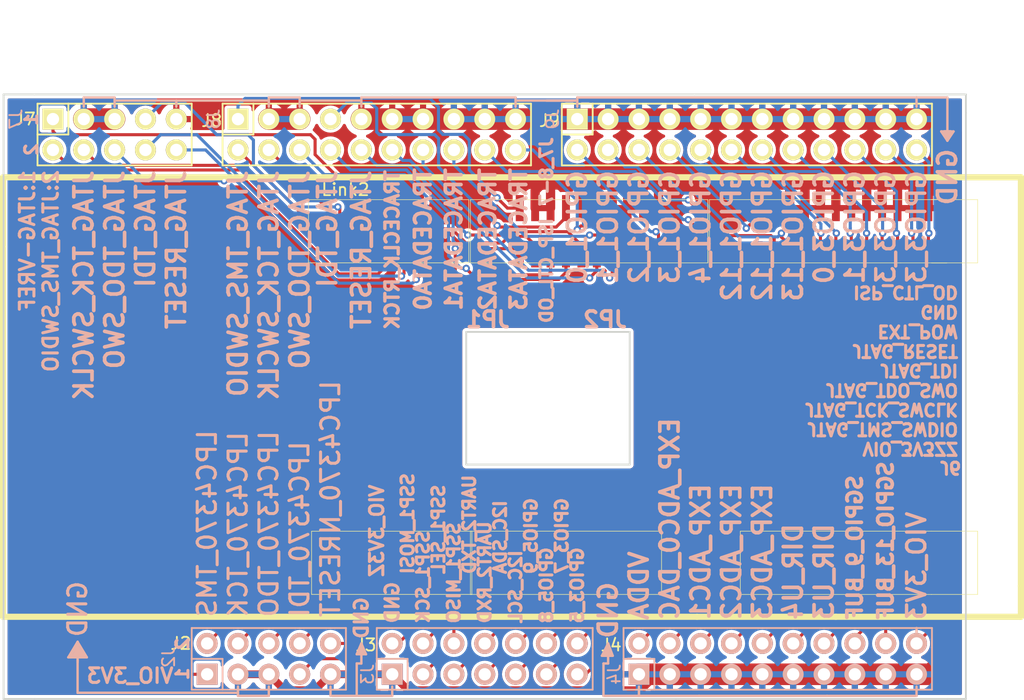
<source format=kicad_pcb>
(kicad_pcb (version 4) (host pcbnew "(after 2015-mar-04 BZR unknown)-product")
  (layers (0 F.Cu signal) (31 B.Cu signal) (34 B.Paste user) (35 F.Paste user) (36 B.SilkS user) (37 F.SilkS user hide) (38 B.Mask user) (39 F.Mask user) (44 Edge.Cuts user))
  (net 0 "")
  (net 1 "Net-(J2-Pad1)")
  (net 2 "Net-(J2-Pad2)")
  (net 3 GND)
  (net 4 "Net-(J2-Pad4)")
  (net 5 "Net-(J2-Pad6)")
  (net 6 "Net-(J2-Pad7)")
  (net 7 "Net-(J2-Pad8)")
  (net 8 "Net-(J2-Pad10)")
  (net 9 "Net-(J3-Pad2)")
  (net 10 "Net-(J3-Pad3)")
  (net 11 "Net-(J3-Pad4)")
  (net 12 "Net-(J3-Pad5)")
  (net 13 "Net-(J3-Pad6)")
  (net 14 "Net-(J3-Pad7)")
  (net 15 "Net-(J3-Pad8)")
  (net 16 "Net-(J3-Pad9)")
  (net 17 "Net-(J3-Pad10)")
  (net 18 "Net-(J3-Pad11)")
  (net 19 "Net-(J3-Pad12)")
  (net 20 "Net-(J3-Pad13)")
  (net 21 "Net-(J3-Pad14)")
  (net 22 "Net-(J4-Pad2)")
  (net 23 "Net-(J4-Pad4)")
  (net 24 "Net-(J4-Pad6)")
  (net 25 "Net-(J4-Pad8)")
  (net 26 "Net-(J4-Pad12)")
  (net 27 "Net-(J4-Pad14)")
  (net 28 "Net-(J4-Pad16)")
  (net 29 "Net-(J4-Pad18)")
  (net 30 "Net-(J4-Pad20)")
  (net 31 "Net-(J7-Pad1)")
  (net 32 "Net-(J7-Pad2)")
  (net 33 "Net-(J7-Pad4)")
  (net 34 "Net-(J7-Pad6)")
  (net 35 "Net-(J7-Pad7)")
  (net 36 "Net-(J7-Pad8)")
  (net 37 "Net-(J7-Pad10)")
  (net 38 "Net-(J8-Pad1)")
  (net 39 "Net-(J8-Pad2)")
  (net 40 "Net-(J8-Pad4)")
  (net 41 "Net-(J8-Pad6)")
  (net 42 "Net-(J8-Pad7)")
  (net 43 "Net-(J8-Pad8)")
  (net 44 "Net-(J8-Pad10)")
  (net 45 "Net-(J8-Pad12)")
  (net 46 "Net-(J8-Pad14)")
  (net 47 "Net-(J8-Pad16)")
  (net 48 "Net-(J8-Pad18)")
  (net 49 "Net-(J8-Pad20)")
  (net 50 "Net-(J9-Pad2)")
  (net 51 "Net-(J9-Pad4)")
  (net 52 "Net-(J9-Pad6)")
  (net 53 "Net-(J9-Pad8)")
  (net 54 "Net-(J9-Pad10)")
  (net 55 "Net-(J9-Pad12)")
  (net 56 "Net-(J9-Pad14)")
  (net 57 "Net-(J9-Pad16)")
  (net 58 "Net-(J9-Pad18)")
  (net 59 "Net-(J9-Pad20)")
  (net 60 "Net-(J9-Pad22)")
  (net 61 "Net-(J9-Pad24)")
  (net 62 "Net-(J4-Pad10)")
  (module MCU:LPCLink2_Base-SMT (layer F.Cu) (at 182.56 96.5606)
    (fp_text reference Link2 (at -12.7 -20.828) (layer F.SilkS))
    (fp_text value LPCLink2)
    (fp_text user J7 (at -39.0754 -26.6344) (layer F.SilkS))
    (fp_text user J4 (at 9.1846 16.6726) (layer F.SilkS))
    (fp_text user J9 (at 4.1046 -26.5074) (layer F.SilkS))
    (fp_text user J3 (at -11.0084 16.6726) (layer F.SilkS))
    (fp_text user J8 (at -23.7084 -26.5074) (layer F.SilkS))
    (fp_text user J2 (at -26.2484 16.5456) (layer F.SilkS))
    (pad 4-1 smd rect (at 23.876 8.001) (size 0.65 2.15) (layers F.Cu F.Paste F.Mask) (net 3 GND))
    (pad 4-2 smd rect (at 23.876 11.811) (size 0.65 2.15) (layers F.Cu F.Paste F.Mask) (net 22 "Net-(J4-Pad2)"))
    (pad 4-3 smd rect (at 25.146 8.001) (size 0.65 2.15) (layers F.Cu F.Paste F.Mask) (net 3 GND))
    (pad 4-4 smd rect (at 25.146 11.811) (size 0.65 2.15) (layers F.Cu F.Paste F.Mask) (net 23 "Net-(J4-Pad4)"))
    (pad 4-5 smd rect (at 26.416 8.001) (size 0.65 2.15) (layers F.Cu F.Paste F.Mask) (net 3 GND))
    (pad 4-6 smd rect (at 26.416 11.811) (size 0.65 2.15) (layers F.Cu F.Paste F.Mask) (net 24 "Net-(J4-Pad6)"))
    (pad 4-7 smd rect (at 27.686 8.001) (size 0.65 2.15) (layers F.Cu F.Paste F.Mask) (net 3 GND))
    (pad 4-8 smd rect (at 27.686 11.811) (size 0.65 2.15) (layers F.Cu F.Paste F.Mask) (net 25 "Net-(J4-Pad8)"))
    (pad 4-9 smd rect (at 28.956 8.001) (size 0.65 2.15) (layers F.Cu F.Paste F.Mask) (net 3 GND))
    (pad 4-10 smd rect (at 28.956 11.811) (size 0.65 2.15) (layers F.Cu F.Paste F.Mask) (net 62 "Net-(J4-Pad10)"))
    (pad 4-14 smd rect (at 31.496 11.811) (size 0.65 2.15) (layers F.Cu F.Paste F.Mask) (net 27 "Net-(J4-Pad14)"))
    (pad 4-13 smd rect (at 31.496 8.001) (size 0.65 2.15) (layers F.Cu F.Paste F.Mask) (net 3 GND))
    (pad 4-12 smd rect (at 30.226 11.811) (size 0.65 2.15) (layers F.Cu F.Paste F.Mask) (net 26 "Net-(J4-Pad12)"))
    (pad 4-11 smd rect (at 30.226 8.001) (size 0.65 2.15) (layers F.Cu F.Paste F.Mask) (net 3 GND))
    (pad 4-17 smd rect (at 34.036 8.001) (size 0.65 2.15) (layers F.Cu F.Paste F.Mask) (net 3 GND))
    (pad 4-18 smd rect (at 34.036 11.811) (size 0.65 2.15) (layers F.Cu F.Paste F.Mask) (net 29 "Net-(J4-Pad18)"))
    (pad 4-19 smd rect (at 35.306 8.001) (size 0.65 2.15) (layers F.Cu F.Paste F.Mask) (net 3 GND))
    (pad 4-20 smd rect (at 35.306 11.811) (size 0.65 2.15) (layers F.Cu F.Paste F.Mask) (net 30 "Net-(J4-Pad20)"))
    (pad 4-16 smd rect (at 32.766 11.811) (size 0.65 2.15) (layers F.Cu F.Paste F.Mask) (net 28 "Net-(J4-Pad16)"))
    (pad 4-15 smd rect (at 32.766 8.001) (size 0.65 2.15) (layers F.Cu F.Paste F.Mask) (net 3 GND))
    (pad 9-24 smd rect (at 35.306 -15.494) (size 0.65 2.15) (layers F.Cu F.Paste F.Mask) (net 61 "Net-(J9-Pad24)"))
    (pad 9-23 smd rect (at 35.306 -19.304) (size 0.65 2.15) (layers F.Cu F.Paste F.Mask) (net 3 GND))
    (pad 9-22 smd rect (at 34.036 -15.494) (size 0.65 2.15) (layers F.Cu F.Paste F.Mask) (net 60 "Net-(J9-Pad22)"))
    (pad 9-21 smd rect (at 34.036 -19.304) (size 0.65 2.15) (layers F.Cu F.Paste F.Mask) (net 3 GND))
    (pad 9-1 smd rect (at 21.336 -19.304) (size 0.65 2.15) (layers F.Cu F.Paste F.Mask) (net 3 GND))
    (pad 9-2 smd rect (at 21.336 -15.494) (size 0.65 2.15) (layers F.Cu F.Paste F.Mask) (net 50 "Net-(J9-Pad2)"))
    (pad 9-3 smd rect (at 22.606 -19.304) (size 0.65 2.15) (layers F.Cu F.Paste F.Mask) (net 3 GND))
    (pad 9-4 smd rect (at 22.606 -15.494) (size 0.65 2.15) (layers F.Cu F.Paste F.Mask) (net 51 "Net-(J9-Pad4)"))
    (pad 9-5 smd rect (at 23.876 -19.304) (size 0.65 2.15) (layers F.Cu F.Paste F.Mask) (net 3 GND))
    (pad 9-6 smd rect (at 23.876 -15.494) (size 0.65 2.15) (layers F.Cu F.Paste F.Mask) (net 52 "Net-(J9-Pad6)"))
    (pad 9-7 smd rect (at 25.146 -19.304) (size 0.65 2.15) (layers F.Cu F.Paste F.Mask) (net 3 GND))
    (pad 9-8 smd rect (at 25.146 -15.494) (size 0.65 2.15) (layers F.Cu F.Paste F.Mask) (net 53 "Net-(J9-Pad8)"))
    (pad 9-9 smd rect (at 26.416 -19.304) (size 0.65 2.15) (layers F.Cu F.Paste F.Mask) (net 3 GND))
    (pad 9-10 smd rect (at 26.416 -15.494) (size 0.65 2.15) (layers F.Cu F.Paste F.Mask) (net 54 "Net-(J9-Pad10)"))
    (pad 9-14 smd rect (at 28.956 -15.494) (size 0.65 2.15) (layers F.Cu F.Paste F.Mask) (net 56 "Net-(J9-Pad14)"))
    (pad 9-13 smd rect (at 28.956 -19.304) (size 0.65 2.15) (layers F.Cu F.Paste F.Mask) (net 3 GND))
    (pad 9-12 smd rect (at 27.686 -15.494) (size 0.65 2.15) (layers F.Cu F.Paste F.Mask) (net 55 "Net-(J9-Pad12)"))
    (pad 9-11 smd rect (at 27.686 -19.304) (size 0.65 2.15) (layers F.Cu F.Paste F.Mask) (net 3 GND))
    (pad 9-17 smd rect (at 31.496 -19.304) (size 0.65 2.15) (layers F.Cu F.Paste F.Mask) (net 3 GND))
    (pad 9-18 smd rect (at 31.496 -15.494) (size 0.65 2.15) (layers F.Cu F.Paste F.Mask) (net 58 "Net-(J9-Pad18)"))
    (pad 9-19 smd rect (at 32.766 -19.304) (size 0.65 2.15) (layers F.Cu F.Paste F.Mask) (net 3 GND))
    (pad 9-20 smd rect (at 32.766 -15.494) (size 0.65 2.15) (layers F.Cu F.Paste F.Mask) (net 59 "Net-(J9-Pad20)"))
    (pad 9-16 smd rect (at 30.226 -15.494) (size 0.65 2.15) (layers F.Cu F.Paste F.Mask) (net 57 "Net-(J9-Pad16)"))
    (pad 9-15 smd rect (at 30.226 -19.304) (size 0.65 2.15) (layers F.Cu F.Paste F.Mask) (net 3 GND))
    (pad 8-15 smd rect (at 10.541 -19.304) (size 0.65 2.15) (layers F.Cu F.Paste F.Mask) (net 3 GND))
    (pad 8-16 smd rect (at 10.541 -15.494) (size 0.65 2.15) (layers F.Cu F.Paste F.Mask) (net 47 "Net-(J8-Pad16)"))
    (pad 8-20 smd rect (at 13.081 -15.494) (size 0.65 2.15) (layers F.Cu F.Paste F.Mask) (net 49 "Net-(J8-Pad20)"))
    (pad 8-19 smd rect (at 13.081 -19.304) (size 0.65 2.15) (layers F.Cu F.Paste F.Mask) (net 3 GND))
    (pad 8-18 smd rect (at 11.811 -15.494) (size 0.65 2.15) (layers F.Cu F.Paste F.Mask) (net 48 "Net-(J8-Pad18)"))
    (pad 8-17 smd rect (at 11.811 -19.304) (size 0.65 2.15) (layers F.Cu F.Paste F.Mask) (net 3 GND))
    (pad 3-1 smd rect (at 1.651 8.001) (size 0.65 2.15) (layers F.Cu F.Paste F.Mask) (net 3 GND))
    (pad 3-2 smd rect (at 1.651 11.811) (size 0.65 2.15) (layers F.Cu F.Paste F.Mask) (net 9 "Net-(J3-Pad2)"))
    (pad 3-3 smd rect (at 2.921 8.001) (size 0.65 2.15) (layers F.Cu F.Paste F.Mask) (net 10 "Net-(J3-Pad3)"))
    (pad 3-4 smd rect (at 2.921 11.811) (size 0.65 2.15) (layers F.Cu F.Paste F.Mask) (net 11 "Net-(J3-Pad4)"))
    (pad 3-5 smd rect (at 4.191 8.001) (size 0.65 2.15) (layers F.Cu F.Paste F.Mask) (net 12 "Net-(J3-Pad5)"))
    (pad 3-6 smd rect (at 4.191 11.811) (size 0.65 2.15) (layers F.Cu F.Paste F.Mask) (net 13 "Net-(J3-Pad6)"))
    (pad 3-7 smd rect (at 5.461 8.001) (size 0.65 2.15) (layers F.Cu F.Paste F.Mask) (net 14 "Net-(J3-Pad7)"))
    (pad 3-8 smd rect (at 5.461 11.811) (size 0.65 2.15) (layers F.Cu F.Paste F.Mask) (net 15 "Net-(J3-Pad8)"))
    (pad 3-9 smd rect (at 6.731 8.001) (size 0.65 2.15) (layers F.Cu F.Paste F.Mask) (net 16 "Net-(J3-Pad9)"))
    (pad 3-10 smd rect (at 6.731 11.811) (size 0.65 2.15) (layers F.Cu F.Paste F.Mask) (net 17 "Net-(J3-Pad10)"))
    (pad 3-14 smd rect (at 9.271 11.811) (size 0.65 2.15) (layers F.Cu F.Paste F.Mask) (net 21 "Net-(J3-Pad14)"))
    (pad 3-13 smd rect (at 9.271 8.001) (size 0.65 2.15) (layers F.Cu F.Paste F.Mask) (net 20 "Net-(J3-Pad13)"))
    (pad 3-12 smd rect (at 8.001 11.811) (size 0.65 2.15) (layers F.Cu F.Paste F.Mask) (net 19 "Net-(J3-Pad12)"))
    (pad 3-11 smd rect (at 8.001 8.001) (size 0.65 2.15) (layers F.Cu F.Paste F.Mask) (net 18 "Net-(J3-Pad11)"))
    (pad 8-11 smd rect (at 8.001 -19.304) (size 0.65 2.15) (layers F.Cu F.Paste F.Mask) (net 3 GND))
    (pad 8-12 smd rect (at 8.001 -15.494) (size 0.65 2.15) (layers F.Cu F.Paste F.Mask) (net 45 "Net-(J8-Pad12)"))
    (pad 8-13 smd rect (at 9.271 -19.304) (size 0.65 2.15) (layers F.Cu F.Paste F.Mask) (net 3 GND))
    (pad 8-14 smd rect (at 9.271 -15.494) (size 0.65 2.15) (layers F.Cu F.Paste F.Mask) (net 46 "Net-(J8-Pad14)"))
    (pad 8-10 smd rect (at 6.731 -15.494) (size 0.65 2.15) (layers F.Cu F.Paste F.Mask) (net 44 "Net-(J8-Pad10)"))
    (pad 8-9 smd rect (at 6.731 -19.304) (size 0.65 2.15) (layers F.Cu F.Paste F.Mask) (net 3 GND))
    (pad 8-8 smd rect (at 5.461 -15.494) (size 0.65 2.15) (layers F.Cu F.Paste F.Mask) (net 43 "Net-(J8-Pad8)"))
    (pad 8-7 smd rect (at 5.461 -19.304) (size 0.65 2.15) (layers F.Cu F.Paste F.Mask) (net 42 "Net-(J8-Pad7)"))
    (pad 8-6 smd rect (at 4.191 -15.494) (size 0.65 2.15) (layers F.Cu F.Paste F.Mask) (net 41 "Net-(J8-Pad6)"))
    (pad 8-5 smd rect (at 4.191 -19.304) (size 0.65 2.15) (layers F.Cu F.Paste F.Mask) (net 3 GND))
    (pad 8-4 smd rect (at 2.921 -15.494) (size 0.65 2.15) (layers F.Cu F.Paste F.Mask) (net 40 "Net-(J8-Pad4)"))
    (pad 8-3 smd rect (at 2.921 -19.304) (size 0.65 2.15) (layers F.Cu F.Paste F.Mask) (net 3 GND))
    (pad 8-2 smd rect (at 1.651 -15.494) (size 0.65 2.15) (layers F.Cu F.Paste F.Mask) (net 39 "Net-(J8-Pad2)"))
    (pad 8-1 smd rect (at 1.651 -19.304) (size 0.65 2.15) (layers F.Cu F.Paste F.Mask) (net 38 "Net-(J8-Pad1)"))
    (pad 2-10 smd rect (at -6.35 11.811) (size 0.65 2.15) (layers F.Cu F.Paste F.Mask) (net 8 "Net-(J2-Pad10)"))
    (pad 2-9 smd rect (at -6.35 8.001) (size 0.65 2.15) (layers F.Cu F.Paste F.Mask) (net 3 GND))
    (pad 2-8 smd rect (at -7.62 11.811) (size 0.65 2.15) (layers F.Cu F.Paste F.Mask) (net 7 "Net-(J2-Pad8)"))
    (pad 2-7 smd rect (at -7.62 8.001) (size 0.65 2.15) (layers F.Cu F.Paste F.Mask) (net 6 "Net-(J2-Pad7)"))
    (pad 2-6 smd rect (at -8.89 11.811) (size 0.65 2.15) (layers F.Cu F.Paste F.Mask) (net 5 "Net-(J2-Pad6)"))
    (pad 2-5 smd rect (at -8.89 8.001) (size 0.65 2.15) (layers F.Cu F.Paste F.Mask) (net 3 GND))
    (pad 2-4 smd rect (at -10.16 11.811) (size 0.65 2.15) (layers F.Cu F.Paste F.Mask) (net 4 "Net-(J2-Pad4)"))
    (pad 2-3 smd rect (at -10.16 8.001) (size 0.65 2.15) (layers F.Cu F.Paste F.Mask) (net 3 GND))
    (pad 2-2 smd rect (at -11.43 11.811) (size 0.65 2.15) (layers F.Cu F.Paste F.Mask) (net 2 "Net-(J2-Pad2)"))
    (pad 2-1 smd rect (at -11.43 8.001) (size 0.65 2.15) (layers F.Cu F.Paste F.Mask) (net 1 "Net-(J2-Pad1)"))
    (pad 7-1 smd rect (at -11.684 -19.304) (size 0.65 2.15) (layers F.Cu F.Paste F.Mask) (net 31 "Net-(J7-Pad1)"))
    (pad 7-2 smd rect (at -11.684 -15.494) (size 0.65 2.15) (layers F.Cu F.Paste F.Mask) (net 32 "Net-(J7-Pad2)"))
    (pad 7-3 smd rect (at -10.414 -19.304) (size 0.65 2.15) (layers F.Cu F.Paste F.Mask) (net 3 GND))
    (pad 7-4 smd rect (at -10.414 -15.494) (size 0.65 2.15) (layers F.Cu F.Paste F.Mask) (net 33 "Net-(J7-Pad4)"))
    (pad 7-5 smd rect (at -9.144 -19.304) (size 0.65 2.15) (layers F.Cu F.Paste F.Mask) (net 3 GND))
    (pad 7-6 smd rect (at -9.144 -15.494) (size 0.65 2.15) (layers F.Cu F.Paste F.Mask) (net 34 "Net-(J7-Pad6)"))
    (pad 7-7 smd rect (at -7.874 -19.304) (size 0.65 2.15) (layers F.Cu F.Paste F.Mask) (net 35 "Net-(J7-Pad7)"))
    (pad 7-8 smd rect (at -7.874 -15.494) (size 0.65 2.15) (layers F.Cu F.Paste F.Mask) (net 36 "Net-(J7-Pad8)"))
    (pad 7-9 smd rect (at -6.604 -19.304) (size 0.65 2.15) (layers F.Cu F.Paste F.Mask) (net 3 GND))
    (pad 7-10 smd rect (at -6.604 -15.494) (size 0.65 2.15) (layers F.Cu F.Paste F.Mask) (net 37 "Net-(J7-Pad10)"))
  )
  (module Socket_Strips:Socket_Strip_Straight_2x05 (layer F.Cu) (at 150.851 71.1962 180)
    (fp_text reference J7 (at 8.1284 1.27 270) (layer B.SilkS) (effects (justify mirror)))
    (fp_text value CONN_02X05 hide)
    (pad 1 thru_hole rect (at 5.08 1.27) (size 1.7272 1.7272) (drill 1.016) (layers *.Cu *.Mask F.SilkS) (net 31 "Net-(J7-Pad1)"))
    (pad 2 thru_hole oval (at 5.08 -1.27) (size 1.7272 1.7272) (drill 1.016) (layers *.Cu *.Mask F.SilkS) (net 32 "Net-(J7-Pad2)"))
    (pad 3 thru_hole oval (at 2.54 1.27) (size 1.7272 1.7272) (drill 1.016) (layers *.Cu *.Mask F.SilkS) (net 3 GND))
    (pad 4 thru_hole oval (at 2.54 -1.27) (size 1.7272 1.7272) (drill 1.016) (layers *.Cu *.Mask F.SilkS) (net 33 "Net-(J7-Pad4)"))
    (pad 5 thru_hole oval (at 0 1.27) (size 1.7272 1.7272) (drill 1.016) (layers *.Cu *.Mask F.SilkS) (net 3 GND))
    (pad 6 thru_hole oval (at 0 -1.27) (size 1.7272 1.7272) (drill 1.016) (layers *.Cu *.Mask F.SilkS) (net 34 "Net-(J7-Pad6)"))
    (pad 7 thru_hole oval (at -2.54 1.27) (size 1.7272 1.7272) (drill 1.016) (layers *.Cu *.Mask F.SilkS) (net 35 "Net-(J7-Pad7)"))
    (pad 8 thru_hole oval (at -2.54 -1.27) (size 1.7272 1.7272) (drill 1.016) (layers *.Cu *.Mask F.SilkS) (net 36 "Net-(J7-Pad8)"))
    (pad 9 thru_hole oval (at -5.08 1.27) (size 1.7272 1.7272) (drill 1.016) (layers *.Cu *.Mask F.SilkS) (net 3 GND))
    (pad 10 thru_hole oval (at -5.08 -1.27) (size 1.7272 1.7272) (drill 1.016) (layers *.Cu *.Mask F.SilkS) (net 37 "Net-(J7-Pad10)"))
  )
  (module Socket_Strips:Socket_Strip_Straight_2x05 (layer B.Cu) (at 163.551 114.376 180)
    (fp_text reference J2 (at 8.2554 0.1268 270) (layer B.SilkS) (effects (justify mirror)))
    (fp_text value CONN_02X05 hide)
    (pad 1 thru_hole rect (at 5.08 -1.27) (size 1.7272 1.7272) (drill 1.016) (layers *.Cu *.Mask B.SilkS) (net 1 "Net-(J2-Pad1)"))
    (pad 2 thru_hole oval (at 5.08 1.27) (size 1.7272 1.7272) (drill 1.016) (layers *.Cu *.Mask B.SilkS) (net 2 "Net-(J2-Pad2)"))
    (pad 3 thru_hole oval (at 2.54 -1.27) (size 1.7272 1.7272) (drill 1.016) (layers *.Cu *.Mask B.SilkS) (net 3 GND))
    (pad 4 thru_hole oval (at 2.54 1.27) (size 1.7272 1.7272) (drill 1.016) (layers *.Cu *.Mask B.SilkS) (net 4 "Net-(J2-Pad4)"))
    (pad 5 thru_hole oval (at 0 -1.27) (size 1.7272 1.7272) (drill 1.016) (layers *.Cu *.Mask B.SilkS) (net 3 GND))
    (pad 6 thru_hole oval (at 0 1.27) (size 1.7272 1.7272) (drill 1.016) (layers *.Cu *.Mask B.SilkS) (net 5 "Net-(J2-Pad6)"))
    (pad 7 thru_hole oval (at -2.54 -1.27) (size 1.7272 1.7272) (drill 1.016) (layers *.Cu *.Mask B.SilkS) (net 6 "Net-(J2-Pad7)"))
    (pad 8 thru_hole oval (at -2.54 1.27) (size 1.7272 1.7272) (drill 1.016) (layers *.Cu *.Mask B.SilkS) (net 7 "Net-(J2-Pad8)"))
    (pad 9 thru_hole oval (at -5.08 -1.27) (size 1.7272 1.7272) (drill 1.016) (layers *.Cu *.Mask B.SilkS) (net 3 GND))
    (pad 10 thru_hole oval (at -5.08 1.27) (size 1.7272 1.7272) (drill 1.016) (layers *.Cu *.Mask B.SilkS) (net 8 "Net-(J2-Pad10)"))
  )
  (module Socket_Strips:Socket_Strip_Straight_2x07 (layer B.Cu) (at 181.331 114.376 180)
    (fp_text reference J3 (at 9.6524 -1.2698 270) (layer B.SilkS) (effects (justify mirror)))
    (fp_text value CONN_02X07 hide)
    (pad 1 thru_hole rect (at 7.62 -1.27) (size 1.7272 1.7272) (drill 1.016) (layers *.Cu *.Mask B.SilkS) (net 3 GND))
    (pad 2 thru_hole oval (at 7.62 1.27) (size 1.7272 1.7272) (drill 1.016) (layers *.Cu *.Mask B.SilkS) (net 9 "Net-(J3-Pad2)"))
    (pad 3 thru_hole oval (at 5.08 -1.27) (size 1.7272 1.7272) (drill 1.016) (layers *.Cu *.Mask B.SilkS) (net 10 "Net-(J3-Pad3)"))
    (pad 4 thru_hole oval (at 5.08 1.27) (size 1.7272 1.7272) (drill 1.016) (layers *.Cu *.Mask B.SilkS) (net 11 "Net-(J3-Pad4)"))
    (pad 5 thru_hole oval (at 2.54 -1.27) (size 1.7272 1.7272) (drill 1.016) (layers *.Cu *.Mask B.SilkS) (net 12 "Net-(J3-Pad5)"))
    (pad 6 thru_hole oval (at 2.54 1.27) (size 1.7272 1.7272) (drill 1.016) (layers *.Cu *.Mask B.SilkS) (net 13 "Net-(J3-Pad6)"))
    (pad 7 thru_hole oval (at 0 -1.27) (size 1.7272 1.7272) (drill 1.016) (layers *.Cu *.Mask B.SilkS) (net 14 "Net-(J3-Pad7)"))
    (pad 8 thru_hole oval (at 0 1.27) (size 1.7272 1.7272) (drill 1.016) (layers *.Cu *.Mask B.SilkS) (net 15 "Net-(J3-Pad8)"))
    (pad 9 thru_hole oval (at -2.54 -1.27) (size 1.7272 1.7272) (drill 1.016) (layers *.Cu *.Mask B.SilkS) (net 16 "Net-(J3-Pad9)"))
    (pad 10 thru_hole oval (at -2.54 1.27) (size 1.7272 1.7272) (drill 1.016) (layers *.Cu *.Mask B.SilkS) (net 17 "Net-(J3-Pad10)"))
    (pad 11 thru_hole oval (at -5.08 -1.27) (size 1.7272 1.7272) (drill 1.016) (layers *.Cu *.Mask B.SilkS) (net 18 "Net-(J3-Pad11)"))
    (pad 12 thru_hole oval (at -5.08 1.27) (size 1.7272 1.7272) (drill 1.016) (layers *.Cu *.Mask B.SilkS) (net 19 "Net-(J3-Pad12)"))
    (pad 13 thru_hole oval (at -7.62 -1.27) (size 1.7272 1.7272) (drill 1.016) (layers *.Cu *.Mask B.SilkS) (net 20 "Net-(J3-Pad13)"))
    (pad 14 thru_hole oval (at -7.62 1.27) (size 1.7272 1.7272) (drill 1.016) (layers *.Cu *.Mask B.SilkS) (net 21 "Net-(J3-Pad14)"))
  )
  (module Socket_Strips:Socket_Strip_Straight_2x10 (layer B.Cu) (at 205.4606 114.3762 180)
    (fp_text reference J4 (at 13.4624 -1.2698 270) (layer B.SilkS) (effects (justify mirror)))
    (fp_text value CONN_02X10 hide)
    (pad 1 thru_hole rect (at 11.43 -1.27) (size 1.7272 1.7272) (drill 1.016) (layers *.Cu *.Mask B.SilkS) (net 3 GND))
    (pad 2 thru_hole oval (at 11.43 1.27) (size 1.7272 1.7272) (drill 1.016) (layers *.Cu *.Mask B.SilkS) (net 22 "Net-(J4-Pad2)"))
    (pad 3 thru_hole oval (at 8.89 -1.27) (size 1.7272 1.7272) (drill 1.016) (layers *.Cu *.Mask B.SilkS) (net 3 GND))
    (pad 4 thru_hole oval (at 8.89 1.27) (size 1.7272 1.7272) (drill 1.016) (layers *.Cu *.Mask B.SilkS) (net 23 "Net-(J4-Pad4)"))
    (pad 5 thru_hole oval (at 6.35 -1.27) (size 1.7272 1.7272) (drill 1.016) (layers *.Cu *.Mask B.SilkS) (net 3 GND))
    (pad 6 thru_hole oval (at 6.35 1.27) (size 1.7272 1.7272) (drill 1.016) (layers *.Cu *.Mask B.SilkS) (net 24 "Net-(J4-Pad6)"))
    (pad 7 thru_hole oval (at 3.81 -1.27) (size 1.7272 1.7272) (drill 1.016) (layers *.Cu *.Mask B.SilkS) (net 3 GND))
    (pad 8 thru_hole oval (at 3.81 1.27) (size 1.7272 1.7272) (drill 1.016) (layers *.Cu *.Mask B.SilkS) (net 25 "Net-(J4-Pad8)"))
    (pad 9 thru_hole oval (at 1.27 -1.27) (size 1.7272 1.7272) (drill 1.016) (layers *.Cu *.Mask B.SilkS) (net 3 GND))
    (pad 10 thru_hole oval (at 1.27 1.27) (size 1.7272 1.7272) (drill 1.016) (layers *.Cu *.Mask B.SilkS) (net 62 "Net-(J4-Pad10)"))
    (pad 11 thru_hole oval (at -1.27 -1.27) (size 1.7272 1.7272) (drill 1.016) (layers *.Cu *.Mask B.SilkS) (net 3 GND))
    (pad 12 thru_hole oval (at -1.27 1.27) (size 1.7272 1.7272) (drill 1.016) (layers *.Cu *.Mask B.SilkS) (net 26 "Net-(J4-Pad12)"))
    (pad 13 thru_hole oval (at -3.81 -1.27) (size 1.7272 1.7272) (drill 1.016) (layers *.Cu *.Mask B.SilkS) (net 3 GND))
    (pad 14 thru_hole oval (at -3.81 1.27) (size 1.7272 1.7272) (drill 1.016) (layers *.Cu *.Mask B.SilkS) (net 27 "Net-(J4-Pad14)"))
    (pad 15 thru_hole oval (at -6.35 -1.27) (size 1.7272 1.7272) (drill 1.016) (layers *.Cu *.Mask B.SilkS) (net 3 GND))
    (pad 16 thru_hole oval (at -6.35 1.27) (size 1.7272 1.7272) (drill 1.016) (layers *.Cu *.Mask B.SilkS) (net 28 "Net-(J4-Pad16)"))
    (pad 17 thru_hole oval (at -8.89 -1.27) (size 1.7272 1.7272) (drill 1.016) (layers *.Cu *.Mask B.SilkS) (net 3 GND))
    (pad 18 thru_hole oval (at -8.89 1.27) (size 1.7272 1.7272) (drill 1.016) (layers *.Cu *.Mask B.SilkS) (net 29 "Net-(J4-Pad18)"))
    (pad 19 thru_hole oval (at -11.43 -1.27) (size 1.7272 1.7272) (drill 1.016) (layers *.Cu *.Mask B.SilkS) (net 3 GND))
    (pad 20 thru_hole oval (at -11.43 1.27) (size 1.7272 1.7272) (drill 1.016) (layers *.Cu *.Mask B.SilkS) (net 30 "Net-(J4-Pad20)"))
  )
  (module Socket_Strips:Socket_Strip_Straight_2x10 (layer F.Cu) (at 172.441 71.1962 180)
    (fp_text reference J8 (at 13.4624 1.27 270) (layer B.SilkS) (effects (justify mirror)))
    (fp_text value CONN_02X10 hide)
    (pad 1 thru_hole rect (at 11.43 1.27) (size 1.7272 1.7272) (drill 1.016) (layers *.Cu *.Mask F.SilkS) (net 38 "Net-(J8-Pad1)"))
    (pad 2 thru_hole oval (at 11.43 -1.27) (size 1.7272 1.7272) (drill 1.016) (layers *.Cu *.Mask F.SilkS) (net 39 "Net-(J8-Pad2)"))
    (pad 3 thru_hole oval (at 8.89 1.27) (size 1.7272 1.7272) (drill 1.016) (layers *.Cu *.Mask F.SilkS) (net 3 GND))
    (pad 4 thru_hole oval (at 8.89 -1.27) (size 1.7272 1.7272) (drill 1.016) (layers *.Cu *.Mask F.SilkS) (net 40 "Net-(J8-Pad4)"))
    (pad 5 thru_hole oval (at 6.35 1.27) (size 1.7272 1.7272) (drill 1.016) (layers *.Cu *.Mask F.SilkS) (net 3 GND))
    (pad 6 thru_hole oval (at 6.35 -1.27) (size 1.7272 1.7272) (drill 1.016) (layers *.Cu *.Mask F.SilkS) (net 41 "Net-(J8-Pad6)"))
    (pad 7 thru_hole oval (at 3.81 1.27) (size 1.7272 1.7272) (drill 1.016) (layers *.Cu *.Mask F.SilkS) (net 42 "Net-(J8-Pad7)"))
    (pad 8 thru_hole oval (at 3.81 -1.27) (size 1.7272 1.7272) (drill 1.016) (layers *.Cu *.Mask F.SilkS) (net 43 "Net-(J8-Pad8)"))
    (pad 9 thru_hole oval (at 1.27 1.27) (size 1.7272 1.7272) (drill 1.016) (layers *.Cu *.Mask F.SilkS) (net 3 GND))
    (pad 10 thru_hole oval (at 1.27 -1.27) (size 1.7272 1.7272) (drill 1.016) (layers *.Cu *.Mask F.SilkS) (net 44 "Net-(J8-Pad10)"))
    (pad 11 thru_hole oval (at -1.27 1.27) (size 1.7272 1.7272) (drill 1.016) (layers *.Cu *.Mask F.SilkS) (net 3 GND))
    (pad 12 thru_hole oval (at -1.27 -1.27) (size 1.7272 1.7272) (drill 1.016) (layers *.Cu *.Mask F.SilkS) (net 45 "Net-(J8-Pad12)"))
    (pad 13 thru_hole oval (at -3.81 1.27) (size 1.7272 1.7272) (drill 1.016) (layers *.Cu *.Mask F.SilkS) (net 3 GND))
    (pad 14 thru_hole oval (at -3.81 -1.27) (size 1.7272 1.7272) (drill 1.016) (layers *.Cu *.Mask F.SilkS) (net 46 "Net-(J8-Pad14)"))
    (pad 15 thru_hole oval (at -6.35 1.27) (size 1.7272 1.7272) (drill 1.016) (layers *.Cu *.Mask F.SilkS) (net 3 GND))
    (pad 16 thru_hole oval (at -6.35 -1.27) (size 1.7272 1.7272) (drill 1.016) (layers *.Cu *.Mask F.SilkS) (net 47 "Net-(J8-Pad16)"))
    (pad 17 thru_hole oval (at -8.89 1.27) (size 1.7272 1.7272) (drill 1.016) (layers *.Cu *.Mask F.SilkS) (net 3 GND))
    (pad 18 thru_hole oval (at -8.89 -1.27) (size 1.7272 1.7272) (drill 1.016) (layers *.Cu *.Mask F.SilkS) (net 48 "Net-(J8-Pad18)"))
    (pad 19 thru_hole oval (at -11.43 1.27) (size 1.7272 1.7272) (drill 1.016) (layers *.Cu *.Mask F.SilkS) (net 3 GND))
    (pad 20 thru_hole oval (at -11.43 -1.27) (size 1.7272 1.7272) (drill 1.016) (layers *.Cu *.Mask F.SilkS) (net 49 "Net-(J8-Pad20)"))
  )
  (module Socket_Strips:Socket_Strip_Straight_2x12 (layer F.Cu) (at 202.921 71.1962 180)
    (fp_text reference J9 (at 16.0024 1.27 270) (layer B.SilkS) (effects (justify mirror)))
    (fp_text value CONN_02X12 hide)
    (pad 1 thru_hole rect (at 13.97 1.27) (size 1.7272 1.7272) (drill 1.016) (layers *.Cu *.Mask F.SilkS) (net 3 GND))
    (pad 2 thru_hole oval (at 13.97 -1.27) (size 1.7272 1.7272) (drill 1.016) (layers *.Cu *.Mask F.SilkS) (net 50 "Net-(J9-Pad2)"))
    (pad 3 thru_hole oval (at 11.43 1.27) (size 1.7272 1.7272) (drill 1.016) (layers *.Cu *.Mask F.SilkS) (net 3 GND))
    (pad 4 thru_hole oval (at 11.43 -1.27) (size 1.7272 1.7272) (drill 1.016) (layers *.Cu *.Mask F.SilkS) (net 51 "Net-(J9-Pad4)"))
    (pad 5 thru_hole oval (at 8.89 1.27) (size 1.7272 1.7272) (drill 1.016) (layers *.Cu *.Mask F.SilkS) (net 3 GND))
    (pad 6 thru_hole oval (at 8.89 -1.27) (size 1.7272 1.7272) (drill 1.016) (layers *.Cu *.Mask F.SilkS) (net 52 "Net-(J9-Pad6)"))
    (pad 7 thru_hole oval (at 6.35 1.27) (size 1.7272 1.7272) (drill 1.016) (layers *.Cu *.Mask F.SilkS) (net 3 GND))
    (pad 8 thru_hole oval (at 6.35 -1.27) (size 1.7272 1.7272) (drill 1.016) (layers *.Cu *.Mask F.SilkS) (net 53 "Net-(J9-Pad8)"))
    (pad 9 thru_hole oval (at 3.81 1.27) (size 1.7272 1.7272) (drill 1.016) (layers *.Cu *.Mask F.SilkS) (net 3 GND))
    (pad 10 thru_hole oval (at 3.81 -1.27) (size 1.7272 1.7272) (drill 1.016) (layers *.Cu *.Mask F.SilkS) (net 54 "Net-(J9-Pad10)"))
    (pad 11 thru_hole oval (at 1.27 1.27) (size 1.7272 1.7272) (drill 1.016) (layers *.Cu *.Mask F.SilkS) (net 3 GND))
    (pad 12 thru_hole oval (at 1.27 -1.27) (size 1.7272 1.7272) (drill 1.016) (layers *.Cu *.Mask F.SilkS) (net 55 "Net-(J9-Pad12)"))
    (pad 13 thru_hole oval (at -1.27 1.27) (size 1.7272 1.7272) (drill 1.016) (layers *.Cu *.Mask F.SilkS) (net 3 GND))
    (pad 14 thru_hole oval (at -1.27 -1.27) (size 1.7272 1.7272) (drill 1.016) (layers *.Cu *.Mask F.SilkS) (net 56 "Net-(J9-Pad14)"))
    (pad 15 thru_hole oval (at -3.81 1.27) (size 1.7272 1.7272) (drill 1.016) (layers *.Cu *.Mask F.SilkS) (net 3 GND))
    (pad 16 thru_hole oval (at -3.81 -1.27) (size 1.7272 1.7272) (drill 1.016) (layers *.Cu *.Mask F.SilkS) (net 57 "Net-(J9-Pad16)"))
    (pad 17 thru_hole oval (at -6.35 1.27) (size 1.7272 1.7272) (drill 1.016) (layers *.Cu *.Mask F.SilkS) (net 3 GND))
    (pad 18 thru_hole oval (at -6.35 -1.27) (size 1.7272 1.7272) (drill 1.016) (layers *.Cu *.Mask F.SilkS) (net 58 "Net-(J9-Pad18)"))
    (pad 19 thru_hole oval (at -8.89 1.27) (size 1.7272 1.7272) (drill 1.016) (layers *.Cu *.Mask F.SilkS) (net 3 GND))
    (pad 20 thru_hole oval (at -8.89 -1.27) (size 1.7272 1.7272) (drill 1.016) (layers *.Cu *.Mask F.SilkS) (net 59 "Net-(J9-Pad20)"))
    (pad 21 thru_hole oval (at -11.43 1.27) (size 1.7272 1.7272) (drill 1.016) (layers *.Cu *.Mask F.SilkS) (net 3 GND))
    (pad 22 thru_hole oval (at -11.43 -1.27) (size 1.7272 1.7272) (drill 1.016) (layers *.Cu *.Mask F.SilkS) (net 60 "Net-(J9-Pad22)"))
    (pad 23 thru_hole oval (at -13.97 1.27) (size 1.7272 1.7272) (drill 1.016) (layers *.Cu *.Mask F.SilkS) (net 3 GND))
    (pad 24 thru_hole oval (at -13.97 -1.27) (size 1.7272 1.7272) (drill 1.016) (layers *.Cu *.Mask F.SilkS) (net 61 "Net-(J9-Pad24)"))
  )
  (gr_text GND (at 173.7106 111.5822 90) (layer B.SilkS) (effects (font (size 1.1 1.1) (thickness 0.25)) (justify right mirror)))
  (gr_text GND (at 191.4906 112.8522 90) (layer B.SilkS) (effects (font (size 1.5 1.5) (thickness 0.3)) (justify right mirror)))
  (gr_line (start 191.3636 113.8682) (end 191.7446 113.9952) (angle 90) (layer B.SilkS) (width 0.2))
  (gr_line (start 191.3636 113.4872) (end 191.3636 113.8682) (angle 90) (layer B.SilkS) (width 0.2))
  (gr_line (start 191.1096 113.9952) (end 191.3636 113.4872) (angle 90) (layer B.SilkS) (width 0.2))
  (gr_line (start 191.4906 113.9952) (end 191.1096 113.9952) (angle 90) (layer B.SilkS) (width 0.2))
  (gr_line (start 191.6176 113.9952) (end 191.4906 113.9952) (angle 90) (layer B.SilkS) (width 0.2))
  (gr_line (start 191.4906 113.6142) (end 191.6176 113.9952) (angle 90) (layer B.SilkS) (width 0.2))
  (gr_line (start 191.8716 114.1222) (end 191.4906 113.1062) (angle 90) (layer B.SilkS) (width 0.2))
  (gr_line (start 190.9826 114.1222) (end 191.8716 114.1222) (angle 90) (layer B.SilkS) (width 0.2))
  (gr_line (start 191.4906 113.1062) (end 190.9826 114.1222) (angle 90) (layer B.SilkS) (width 0.2))
  (gr_line (start 191.4906 113.6142) (end 191.4906 113.1062) (angle 90) (layer B.SilkS) (width 0.2))
  (gr_line (start 191.4906 114.7572) (end 191.4906 113.6142) (angle 90) (layer B.SilkS) (width 0.2))
  (gr_line (start 191.1096 114.7572) (end 191.4906 114.7572) (angle 90) (layer B.SilkS) (width 0.2))
  (gr_line (start 191.1096 117.4242) (end 191.1096 114.7572) (angle 90) (layer B.SilkS) (width 0.2))
  (gr_line (start 194.0306 117.4242) (end 191.1096 117.4242) (angle 90) (layer B.SilkS) (width 0.2))
  (gr_text GND (at 171.1706 112.8522 90) (layer B.SilkS) (effects (font (size 1.1 1.1) (thickness 0.25)) (justify right mirror)))
  (gr_line (start 171.4246 113.8682) (end 170.9166 113.8682) (angle 90) (layer B.SilkS) (width 0.2))
  (gr_line (start 171.1706 113.4872) (end 171.2976 113.8682) (angle 90) (layer B.SilkS) (width 0.2))
  (gr_line (start 171.0436 113.4872) (end 171.0436 113.8682) (angle 90) (layer B.SilkS) (width 0.2))
  (gr_line (start 171.5516 113.9952) (end 171.1706 113.1062) (angle 90) (layer B.SilkS) (width 0.2))
  (gr_line (start 170.7896 113.9952) (end 171.5516 113.9952) (angle 90) (layer B.SilkS) (width 0.2))
  (gr_line (start 171.1706 113.1062) (end 170.7896 113.9952) (angle 90) (layer B.SilkS) (width 0.2))
  (gr_line (start 171.1706 114.7572) (end 171.1706 113.1062) (angle 90) (layer B.SilkS) (width 0.2))
  (gr_line (start 170.7896 114.7572) (end 171.1706 114.7572) (angle 90) (layer B.SilkS) (width 0.2))
  (gr_line (start 170.7896 117.4242) (end 170.7896 114.7572) (angle 90) (layer B.SilkS) (width 0.2))
  (gr_text GND (at 147.8026 112.7252 90) (layer B.SilkS) (effects (font (size 1.5 1.5) (thickness 0.25)) (justify right mirror)))
  (gr_line (start 148.0566 113.8682) (end 147.9296 113.8682) (angle 90) (layer B.SilkS) (width 0.2))
  (gr_line (start 147.6756 113.9952) (end 148.0566 113.8682) (angle 90) (layer B.SilkS) (width 0.2))
  (gr_line (start 148.1836 114.1222) (end 147.6756 113.9952) (angle 90) (layer B.SilkS) (width 0.2))
  (gr_line (start 147.8026 113.6142) (end 148.1836 114.1222) (angle 90) (layer B.SilkS) (width 0.2))
  (gr_line (start 147.4216 114.1222) (end 147.8026 113.6142) (angle 90) (layer B.SilkS) (width 0.2))
  (gr_line (start 148.3106 114.1222) (end 147.4216 114.1222) (angle 90) (layer B.SilkS) (width 0.2))
  (gr_line (start 147.8026 113.3602) (end 148.3106 114.1222) (angle 90) (layer B.SilkS) (width 0.2))
  (gr_line (start 147.0406 114.2492) (end 147.8026 113.3602) (angle 90) (layer B.SilkS) (width 0.2))
  (gr_line (start 147.2946 114.2492) (end 147.0406 114.2492) (angle 90) (layer B.SilkS) (width 0.2))
  (gr_line (start 147.0406 114.2492) (end 147.8026 112.9792) (angle 90) (layer B.SilkS) (width 0.2))
  (gr_line (start 147.1676 114.2492) (end 147.8026 112.9792) (angle 90) (layer B.SilkS) (width 0.2))
  (gr_line (start 148.5646 114.2492) (end 147.1676 114.2492) (angle 90) (layer B.SilkS) (width 0.2))
  (gr_line (start 147.8026 112.9792) (end 148.5646 114.2492) (angle 90) (layer B.SilkS) (width 0.2))
  (gr_line (start 147.8026 114.5032) (end 147.8026 114.6302) (angle 90) (layer B.SilkS) (width 0.2))
  (gr_line (start 147.8026 112.9792) (end 147.8026 114.5032) (angle 90) (layer B.SilkS) (width 0.2))
  (gr_line (start 147.8026 117.1702) (end 147.8026 114.6302) (angle 90) (layer B.SilkS) (width 0.2))
  (gr_line (start 161.0106 117.1702) (end 147.8026 117.1702) (angle 90) (layer B.SilkS) (width 0.2))
  (gr_line (start 173.7106 117.4242) (end 168.7576 117.4242) (angle 90) (layer B.SilkS) (width 0.2))
  (gr_line (start 168.6306 116.6622) (end 168.6306 117.4242) (angle 90) (layer B.SilkS) (width 0.2))
  (gr_line (start 163.5506 117.4242) (end 163.5506 116.6622) (angle 90) (layer B.SilkS) (width 0.2))
  (gr_line (start 161.0106 117.4242) (end 163.5506 117.4242) (angle 90) (layer B.SilkS) (width 0.2))
  (gr_line (start 161.0106 116.6622) (end 161.0106 117.4242) (angle 90) (layer B.SilkS) (width 0.2))
  (gr_line (start 173.7106 116.6622) (end 173.7106 117.4242) (angle 90) (layer B.SilkS) (width 0.2))
  (gr_line (start 194.0306 117.4242) (end 194.0306 116.6622) (angle 90) (layer B.SilkS) (width 0.2))
  (gr_line (start 198.9836 117.4242) (end 194.0306 117.4242) (angle 90) (layer B.SilkS) (width 0.2))
  (gr_line (start 209.5246 117.4242) (end 198.9836 117.4242) (angle 90) (layer B.SilkS) (width 0.2))
  (gr_line (start 216.8906 117.4242) (end 209.5246 117.4242) (angle 90) (layer B.SilkS) (width 0.2))
  (gr_line (start 216.8906 116.6622) (end 216.8906 117.4242) (angle 90) (layer B.SilkS) (width 0.2))
  (gr_text "2  1" (at 156.4386 114.3762 90) (layer B.SilkS) (effects (font (size 1 1) (thickness 0.25)) (justify mirror)))
  (gr_text "1  2" (at 143.9926 71.1962 90) (layer B.SilkS) (effects (font (size 1 1) (thickness 0.25)) (justify mirror)))
  (gr_line (start 219.2401 71.0692) (end 219.0877 71.0311) (angle 90) (layer B.SilkS) (width 0.2))
  (gr_line (start 219.2782 71.3486) (end 219.2401 71.0692) (angle 90) (layer B.SilkS) (width 0.2))
  (gr_line (start 219.5195 71.2089) (end 219.2782 71.3486) (angle 90) (layer B.SilkS) (width 0.2))
  (gr_line (start 219.5703 71.0692) (end 219.5195 71.2089) (angle 90) (layer B.SilkS) (width 0.2))
  (gr_line (start 219.4306 70.9422) (end 219.5703 71.0692) (angle 90) (layer B.SilkS) (width 0.2))
  (gr_line (start 219.1766 71.1962) (end 219.4306 70.9422) (angle 90) (layer B.SilkS) (width 0.2))
  (gr_line (start 219.4306 71.1962) (end 219.1766 71.1962) (angle 90) (layer B.SilkS) (width 0.2))
  (gr_line (start 219.4306 71.4502) (end 219.4306 71.1962) (angle 90) (layer B.SilkS) (width 0.2))
  (gr_line (start 219.6846 71.1962) (end 219.4306 71.4502) (angle 90) (layer B.SilkS) (width 0.2))
  (gr_line (start 219.6846 70.9422) (end 219.6846 71.1962) (angle 90) (layer B.SilkS) (width 0.2))
  (gr_line (start 219.1766 70.9422) (end 219.6846 70.9422) (angle 90) (layer B.SilkS) (width 0.2))
  (gr_line (start 219.1766 70.9422) (end 219.6846 70.9422) (angle 90) (layer B.SilkS) (width 0.2))
  (gr_line (start 219.9386 70.9422) (end 219.4306 71.7042) (angle 90) (layer B.SilkS) (width 0.2))
  (gr_line (start 218.9226 70.9422) (end 219.9386 70.9422) (angle 90) (layer B.SilkS) (width 0.2))
  (gr_line (start 219.4306 71.7042) (end 218.9226 70.9422) (angle 90) (layer B.SilkS) (width 0.2))
  (gr_line (start 219.4306 68.1482) (end 219.4306 71.7042) (angle 90) (layer B.SilkS) (width 0.2))
  (gr_line (start 216.8906 68.1482) (end 219.4306 68.1482) (angle 90) (layer B.SilkS) (width 0.2))
  (gr_line (start 193.2686 87.4522) (end 179.8066 87.4522) (angle 90) (layer Edge.Cuts) (width 0.15))
  (gr_line (start 193.2686 98.3742) (end 193.2686 87.4522) (angle 90) (layer Edge.Cuts) (width 0.15))
  (gr_line (start 179.8066 98.3742) (end 193.2686 98.3742) (angle 90) (layer Edge.Cuts) (width 0.15))
  (gr_line (start 179.8066 87.4522) (end 179.8066 98.3742) (angle 90) (layer Edge.Cuts) (width 0.15))
  (gr_line (start 141.7066 117.6782) (end 144.2466 117.6782) (angle 90) (layer Edge.Cuts) (width 0.15))
  (gr_line (start 141.7066 67.8942) (end 141.7066 117.6782) (angle 90) (layer Edge.Cuts) (width 0.15))
  (gr_line (start 144.2466 67.8942) (end 141.7066 67.8942) (angle 90) (layer Edge.Cuts) (width 0.15))
  (gr_line (start 220.9546 67.8942) (end 219.4306 67.8942) (angle 90) (layer Edge.Cuts) (width 0.15))
  (gr_line (start 220.9546 69.4182) (end 220.9546 67.8942) (angle 90) (layer Edge.Cuts) (width 0.15))
  (gr_line (start 220.9546 82.1182) (end 220.9546 69.4182) (angle 90) (layer Edge.Cuts) (width 0.15))
  (gr_line (start 220.9546 117.6782) (end 220.9546 82.1182) (angle 90) (layer Edge.Cuts) (width 0.15))
  (gr_line (start 219.4306 117.6782) (end 220.9546 117.6782) (angle 90) (layer Edge.Cuts) (width 0.15))
  (gr_text J6 (at 219.6846 98.6282 180) (layer B.SilkS) (effects (font (size 1 1) (thickness 0.25)) (justify mirror)))
  (gr_text "VIO_3V3ZZ\nJTAG_TMS_SWDIO\nJTAG_TCK_SWCLK\nJTAG_TDO_SWO\nJTAG_TDI\nJTAG_RESET\nEXT_POW\nGND\nISP_CTL_OD" (at 220.4466 90.6272 180) (layer B.SilkS) (effects (font (size 1 1) (thickness 0.25)) (justify right mirror)))
  (gr_text VIO_3V3 (at 152.1206 115.7732) (layer B.SilkS) (effects (font (size 1.2 1.2) (thickness 0.25)) (justify mirror)))
  (gr_text LPC4370_NRESET (at 168.6306 111.0742 90) (layer B.SilkS) (effects (font (size 1.5 1.5) (thickness 0.25)) (justify right mirror)))
  (gr_text LPC4370_TDI (at 166.0906 111.0742 90) (layer B.SilkS) (effects (font (size 1.5 1.5) (thickness 0.25)) (justify right mirror)))
  (gr_text LPC4370_TDO (at 163.5506 111.0742 90) (layer B.SilkS) (effects (font (size 1.5 1.5) (thickness 0.25)) (justify right mirror)))
  (gr_text LPC4370_TCK (at 161.0106 111.0742 90) (layer B.SilkS) (effects (font (size 1.5 1.5) (thickness 0.25)) (justify right mirror)))
  (gr_text LPC4370_TMS (at 158.4706 111.0742 90) (layer B.SilkS) (effects (font (size 1.5 1.5) (thickness 0.25)) (justify right mirror)))
  (gr_line (start 216.8906 111.8362) (end 216.8906 112.3442) (angle 90) (layer B.SilkS) (width 0.2))
  (gr_text GPIO3_7 (at 187.6806 107.5182 90) (layer B.SilkS) (effects (font (size 1 1) (thickness 0.25)) (justify right mirror)))
  (gr_text GPIO3_5 (at 188.9506 111.5822 90) (layer B.SilkS) (effects (font (size 1 1) (thickness 0.25)) (justify right mirror)))
  (gr_text GPIO5_9 (at 185.1406 107.5182 90) (layer B.SilkS) (effects (font (size 1 1) (thickness 0.25)) (justify right mirror)))
  (gr_text GPIO5_8 (at 186.4106 111.5822 90) (layer B.SilkS) (effects (font (size 1 1) (thickness 0.25)) (justify right mirror)))
  (gr_text I2C_SDA (at 182.6006 107.5182 90) (layer B.SilkS) (effects (font (size 1 1) (thickness 0.25)) (justify right mirror)))
  (gr_text I2C_SCL (at 183.8706 111.5822 90) (layer B.SilkS) (effects (font (size 1 1) (thickness 0.25)) (justify right mirror)))
  (gr_text UART2_TXD (at 180.0606 107.5182 90) (layer B.SilkS) (effects (font (size 1 1) (thickness 0.25)) (justify right mirror)))
  (gr_text UART2_RXD (at 181.3306 111.5822 90) (layer B.SilkS) (effects (font (size 1 1) (thickness 0.25)) (justify right mirror)))
  (gr_text SSP1_SEL (at 177.5206 107.5182 90) (layer B.SilkS) (effects (font (size 1 1) (thickness 0.25)) (justify right mirror)))
  (gr_text SSP1_MISO (at 178.7906 111.5822 90) (layer B.SilkS) (effects (font (size 1 1) (thickness 0.25)) (justify right mirror)))
  (gr_text SSP1_MOSI (at 174.9806 107.5182 90) (layer B.SilkS) (effects (font (size 1 1) (thickness 0.25)) (justify right mirror)))
  (gr_text SSP1_SCK (at 176.2506 111.5822 90) (layer B.SilkS) (effects (font (size 1 1) (thickness 0.25)) (justify right mirror)))
  (gr_text VIO_3V3Z (at 172.4406 107.7722 90) (layer B.SilkS) (effects (font (size 1.1 1.1) (thickness 0.25)) (justify right mirror)))
  (gr_line (start 155.9306 68.4022) (end 163.5506 68.4022) (angle 90) (layer B.SilkS) (width 0.2))
  (gr_line (start 155.9306 68.4022) (end 155.9306 68.9102) (angle 90) (layer B.SilkS) (width 0.2))
  (gr_line (start 150.8506 68.4022) (end 155.9306 68.4022) (angle 90) (layer B.SilkS) (width 0.2))
  (gr_line (start 150.8506 68.1482) (end 150.8506 68.9102) (angle 90) (layer B.SilkS) (width 0.2))
  (gr_line (start 148.3106 68.1482) (end 150.8506 68.1482) (angle 90) (layer B.SilkS) (width 0.2))
  (gr_line (start 148.3106 68.9102) (end 148.3106 68.1482) (angle 90) (layer B.SilkS) (width 0.2))
  (gr_text GND (at 219.4306 72.2122 90) (layer B.SilkS) (effects (font (size 1.5 1.5) (thickness 0.3)) (justify left mirror)))
  (gr_line (start 188.9506 68.4022) (end 186.4106 68.4022) (angle 90) (layer B.SilkS) (width 0.2))
  (gr_line (start 183.8706 68.4022) (end 188.9506 68.4022) (angle 90) (layer B.SilkS) (width 0.2))
  (gr_line (start 216.8906 68.1482) (end 216.8906 68.9102) (angle 90) (layer B.SilkS) (width 0.2))
  (gr_line (start 188.9506 68.1482) (end 216.8906 68.1482) (angle 90) (layer B.SilkS) (width 0.2))
  (gr_line (start 188.9506 68.9102) (end 188.9506 68.1482) (angle 90) (layer B.SilkS) (width 0.2))
  (gr_line (start 166.0906 68.4022) (end 171.1706 68.4022) (angle 90) (layer B.SilkS) (width 0.2))
  (gr_line (start 183.8706 68.1482) (end 183.8706 68.9102) (angle 90) (layer B.SilkS) (width 0.2))
  (gr_line (start 171.1706 68.1482) (end 183.8706 68.1482) (angle 90) (layer B.SilkS) (width 0.2))
  (gr_line (start 171.1706 68.9102) (end 171.1706 68.1482) (angle 90) (layer B.SilkS) (width 0.2))
  (gr_line (start 166.0906 68.1482) (end 166.0906 68.9102) (angle 90) (layer B.SilkS) (width 0.2))
  (gr_line (start 163.5506 68.1482) (end 166.0906 68.1482) (angle 90) (layer B.SilkS) (width 0.2))
  (gr_line (start 163.5506 68.9102) (end 163.5506 68.1482) (angle 90) (layer B.SilkS) (width 0.2))
  (gr_text J7_8-7　ISP_CTL_OD (at 186.4106 79.0702 90) (layer B.SilkS) (effects (font (size 1 1) (thickness 0.25)) (justify mirror)))
  (gr_text VIO_3V3 (at 216.8906 111.3282 90) (layer B.SilkS) (effects (font (size 1.5 1.5) (thickness 0.275)) (justify right mirror)))
  (gr_text SGPIO_13_BUF (at 214.3506 111.3282 90) (layer B.SilkS) (effects (font (size 1.2 1.2) (thickness 0.3)) (justify right mirror)))
  (gr_text SGPIO_9_BUF (at 211.8106 111.3282 90) (layer B.SilkS) (effects (font (size 1.2 1.2) (thickness 0.3)) (justify right mirror)))
  (gr_text DIR_U3 (at 209.2706 111.3282 90) (layer B.SilkS) (effects (font (size 1.5 1.5) (thickness 0.3)) (justify right mirror)))
  (gr_text DIR_U4 (at 206.7306 111.3282 90) (layer B.SilkS) (effects (font (size 1.5 1.5) (thickness 0.3)) (justify right mirror)))
  (gr_text EXP_ADC3 (at 204.1906 111.3282 90) (layer B.SilkS) (effects (font (size 1.5 1.5) (thickness 0.3)) (justify right mirror)))
  (gr_text EXP_ADC2 (at 201.6506 111.3282 90) (layer B.SilkS) (effects (font (size 1.5 1.5) (thickness 0.3)) (justify right mirror)))
  (gr_text EXP_ADC1 (at 199.1106 111.3282 90) (layer B.SilkS) (effects (font (size 1.5 1.5) (thickness 0.3)) (justify right mirror)))
  (gr_text EXP_ADC0_DAC (at 196.5706 111.3282 90) (layer B.SilkS) (effects (font (size 1.5 1.5) (thickness 0.3)) (justify right mirror)))
  (gr_text VDDA (at 194.0306 111.3282 90) (layer B.SilkS) (effects (font (size 1.5 1.5) (thickness 0.3)) (justify right mirror)))
  (gr_text JTAG_RESET (at 155.9306 73.9902 90) (layer B.SilkS) (effects (font (size 1.5 1.5) (thickness 0.3)) (justify left mirror)))
  (gr_text JTAG_TDI (at 153.3906 73.9902 90) (layer B.SilkS) (effects (font (size 1.5 1.5) (thickness 0.3)) (justify left mirror)))
  (gr_text JTAG_TDO_SWO (at 150.8506 73.9902 90) (layer B.SilkS) (effects (font (size 1.5 1.5) (thickness 0.3)) (justify left mirror)))
  (gr_text JTAG_TCK_SWCLK (at 148.3106 73.9902 90) (layer B.SilkS) (effects (font (size 1.5 1.5) (thickness 0.3)) (justify left mirror)))
  (gr_text "1:JTAG-VREF\n2:JTAG_TMS_SWDIO" (at 144.6276 73.9902 90) (layer B.SilkS) (effects (font (size 1.2 1.2) (thickness 0.25)) (justify left mirror)))
  (gr_text GPIO3_3 (at 216.8906 73.9902 90) (layer B.SilkS) (effects (font (size 1.5 1.5) (thickness 0.275)) (justify left mirror)))
  (gr_text GPIO3_3 (at 214.3506 73.9902 90) (layer B.SilkS) (effects (font (size 1.5 1.5) (thickness 0.275)) (justify left mirror)))
  (gr_text GPIO3_1 (at 211.8106 73.9902 90) (layer B.SilkS) (effects (font (size 1.5 1.5) (thickness 0.3)) (justify left mirror)))
  (gr_text GPIO3_0 (at 209.2706 73.9902 90) (layer B.SilkS) (effects (font (size 1.5 1.5) (thickness 0.3)) (justify left mirror)))
  (gr_text GPIO1_13 (at 206.7306 73.9902 90) (layer B.SilkS) (effects (font (size 1.5 1.5) (thickness 0.3)) (justify left mirror)))
  (gr_text GPIO1_12 (at 204.1906 73.9902 90) (layer B.SilkS) (effects (font (size 1.5 1.5) (thickness 0.3)) (justify left mirror)))
  (gr_text GPIO1_12 (at 201.6506 73.9902 90) (layer B.SilkS) (effects (font (size 1.5 1.5) (thickness 0.3)) (justify left mirror)))
  (gr_text GPIO1_4 (at 199.1106 73.9902 90) (layer B.SilkS) (effects (font (size 1.5 1.5) (thickness 0.3)) (justify left mirror)))
  (gr_text GPIO1_3 (at 196.5706 73.9902 90) (layer B.SilkS) (effects (font (size 1.5 1.5) (thickness 0.3)) (justify left mirror)))
  (gr_text GPIO1_2 (at 194.0306 73.9902 90) (layer B.SilkS) (effects (font (size 1.5 1.5) (thickness 0.3)) (justify left mirror)))
  (gr_text GPIO1_1 (at 191.4906 73.9902 90) (layer B.SilkS) (effects (font (size 1.5 1.5) (thickness 0.3)) (justify left mirror)))
  (gr_text GPIO1_0 (at 188.9506 73.9902 90) (layer B.SilkS) (effects (font (size 1.5 1.5) (thickness 0.3)) (justify left mirror)))
  (gr_text TRACEDATA3 (at 184.1246 79.8322 90) (layer B.SilkS) (effects (font (size 1.3 1.3) (thickness 0.3)) (justify mirror)))
  (gr_text TRACEDATA2 (at 181.5846 79.8322 90) (layer B.SilkS) (effects (font (size 1.3 1.3) (thickness 0.3)) (justify mirror)))
  (gr_text TRACEDATA1 (at 178.7906 79.8322 90) (layer B.SilkS) (effects (font (size 1.3 1.3) (thickness 0.3)) (justify mirror)))
  (gr_text TRACEDATA0 (at 176.2506 79.8322 90) (layer B.SilkS) (effects (font (size 1.3 1.3) (thickness 0.3)) (justify mirror)))
  (gr_text TRACECLK_RTCK (at 173.7106 73.9902 90) (layer B.SilkS) (effects (font (size 1.1 1.1) (thickness 0.275)) (justify left mirror)))
  (gr_text JTAG_RESET (at 171.1706 73.9902 90) (layer B.SilkS) (effects (font (size 1.5 1.5) (thickness 0.3)) (justify left mirror)))
  (gr_text JTAG_TDI (at 168.3766 73.9902 90) (layer B.SilkS) (effects (font (size 1.5 1.5) (thickness 0.3)) (justify left mirror)))
  (gr_text JTAG_TDO_SWO (at 166.0906 73.9902 90) (layer B.SilkS) (effects (font (size 1.5 1.5) (thickness 0.3)) (justify left mirror)))
  (gr_text JTAG_TCK_SWCLK (at 163.5506 73.9902 90) (layer B.SilkS) (effects (font (size 1.5 1.5) (thickness 0.3)) (justify left mirror)))
  (gr_text JTAG_TMS_SWDIO (at 161.0106 73.9902 90) (layer B.SilkS) (effects (font (size 1.5 1.5) (thickness 0.3)) (justify left mirror)))
  (gr_text JP2 (at 191.2366 86.4362) (layer B.SilkS) (effects (font (size 1.3 1.3) (thickness 0.3)) (justify mirror)))
  (gr_text JP1 (at 181.5846 86.4362) (layer B.SilkS) (effects (font (size 1.3 1.3) (thickness 0.3)) (justify mirror)))
  (gr_line (start 144.2466 117.6782) (end 161.7726 117.6782) (angle 90) (layer Edge.Cuts) (width 0.15))
  (gr_line (start 197.0786 117.6782) (end 161.7726 117.6782) (angle 90) (layer Edge.Cuts) (width 0.15))
  (gr_line (start 219.4306 117.6782) (end 197.0786 117.6782) (angle 90) (layer Edge.Cuts) (width 0.15))
  (gr_line (start 198.6026 67.8942) (end 219.4306 67.8942) (angle 90) (layer Edge.Cuts) (width 0.15))
  (gr_line (start 173.7106 67.8942) (end 198.6026 67.8942) (angle 90) (layer Edge.Cuts) (width 0.15))
  (gr_line (start 144.2466 67.8942) (end 173.7106 67.8942) (angle 90) (layer Edge.Cuts) (width 0.15))
  (segment (start 156.8958 115.4557) (end 157.0861 115.646) (width 0.254) (layer F.Cu) (net 1))
  (segment (start 156.8958 111.7981) (end 156.8958 115.4557) (width 0.254) (layer F.Cu) (net 1))
  (segment (start 159.1183 109.5756) (end 156.8958 111.7981) (width 0.254) (layer F.Cu) (net 1))
  (segment (start 165.537 109.5756) (end 159.1183 109.5756) (width 0.254) (layer F.Cu) (net 1))
  (segment (start 168.4961 106.6165) (end 165.537 109.5756) (width 0.254) (layer F.Cu) (net 1))
  (segment (start 170.434 106.6165) (end 168.4961 106.6165) (width 0.254) (layer F.Cu) (net 1))
  (segment (start 171.1452 105.9053) (end 170.434 106.6165) (width 0.254) (layer F.Cu) (net 1))
  (segment (start 171.1452 104.5768) (end 171.1452 105.9053) (width 0.254) (layer F.Cu) (net 1))
  (segment (start 157.0861 115.646) (end 158.471 115.646) (width 0.254) (layer F.Cu) (net 1))
  (segment (start 171.13 104.5616) (end 171.1452 104.5768) (width 0.254) (layer F.Cu) (net 1))
  (segment (start 171.13 109.6924) (end 171.13 108.3716) (width 0.254) (layer F.Cu) (net 2))
  (segment (start 170.8023 110.0201) (end 171.13 109.6924) (width 0.254) (layer F.Cu) (net 2))
  (segment (start 161.5569 110.0201) (end 170.8023 110.0201) (width 0.254) (layer F.Cu) (net 2))
  (segment (start 158.471 113.106) (end 161.5569 110.0201) (width 0.254) (layer F.Cu) (net 2))
  (segment (start 173.67 104.5616) (end 173.67 102.392) (width 0.762) (layer F.Cu) (net 3))
  (segment (start 176.21 104.5616) (end 176.21 103.134) (width 0.762) (layer F.Cu) (net 3))
  (segment (start 175.737401 75.087199) (end 185.688599 75.087199) (width 0.762) (layer F.Cu) (net 3))
  (segment (start 185.688599 75.087199) (end 185.953 75.3516) (width 0.762) (layer F.Cu) (net 3))
  (segment (start 175.473 75.3516) (end 175.737401 75.087199) (width 0.762) (layer F.Cu) (net 3))
  (segment (start 218.516 69.9262) (end 216.891 69.9262) (width 1.778) (layer F.Cu) (net 3))
  (segment (start 219.73 71.1403) (end 218.516 69.9262) (width 1.778) (layer F.Cu) (net 3))
  (segment (start 219.73 74.4982) (end 219.73 71.1403) (width 1.778) (layer F.Cu) (net 3))
  (segment (start 218.877 75.3516) (end 219.73 74.4982) (width 1.778) (layer F.Cu) (net 3))
  (segment (start 217.383 75.3516) (end 218.877 75.3516) (width 1.778) (layer F.Cu) (net 3))
  (segment (start 148.311 69.9262) (end 150.851 69.9262) (width 1.778) (layer F.Cu) (net 3))
  (segment (start 214.048 75.3516) (end 212.755 75.3516) (width 0.762) (layer F.Cu) (net 3))
  (segment (start 214.056 75.3594) (end 214.048 75.3516) (width 0.762) (layer F.Cu) (net 3))
  (segment (start 214.056 77.2566) (end 214.056 75.3594) (width 0.762) (layer F.Cu) (net 3))
  (segment (start 212.755 75.3516) (end 211.517 75.3516) (width 0.762) (layer F.Cu) (net 3))
  (segment (start 212.786 75.3828) (end 212.755 75.3516) (width 0.762) (layer F.Cu) (net 3))
  (segment (start 212.786 77.2566) (end 212.786 75.3828) (width 0.762) (layer F.Cu) (net 3))
  (segment (start 211.517 75.3516) (end 210.297 75.3516) (width 0.762) (layer F.Cu) (net 3))
  (segment (start 211.516 75.3522) (end 211.517 75.3516) (width 0.762) (layer F.Cu) (net 3))
  (segment (start 211.516 77.2566) (end 211.516 75.3522) (width 0.762) (layer F.Cu) (net 3))
  (segment (start 210.297 75.3516) (end 209.009 75.3516) (width 0.762) (layer F.Cu) (net 3))
  (segment (start 210.297 75.3689) (end 210.297 75.3516) (width 0.762) (layer F.Cu) (net 3))
  (segment (start 210.246 75.4196) (end 210.297 75.3689) (width 0.762) (layer F.Cu) (net 3))
  (segment (start 210.246 77.2566) (end 210.246 75.4196) (width 0.762) (layer F.Cu) (net 3))
  (segment (start 209.009 75.3516) (end 207.742 75.3516) (width 0.762) (layer F.Cu) (net 3))
  (segment (start 208.976 75.3851) (end 209.009 75.3516) (width 0.762) (layer F.Cu) (net 3))
  (segment (start 208.976 77.2566) (end 208.976 75.3851) (width 0.762) (layer F.Cu) (net 3))
  (segment (start 207.742 75.3516) (end 206.469 75.3516) (width 0.762) (layer F.Cu) (net 3))
  (segment (start 207.706 75.3876) (end 207.742 75.3516) (width 0.762) (layer F.Cu) (net 3))
  (segment (start 207.706 77.2566) (end 207.706 75.3876) (width 0.762) (layer F.Cu) (net 3))
  (segment (start 206.469 75.3516) (end 205.229 75.3516) (width 0.762) (layer F.Cu) (net 3))
  (segment (start 206.436 75.385) (end 206.469 75.3516) (width 0.762) (layer F.Cu) (net 3))
  (segment (start 206.436 77.2566) (end 206.436 75.385) (width 0.762) (layer F.Cu) (net 3))
  (segment (start 205.229 75.3516) (end 204.368 75.3516) (width 0.762) (layer F.Cu) (net 3))
  (segment (start 205.229 75.3569) (end 205.229 75.3516) (width 0.762) (layer F.Cu) (net 3))
  (segment (start 205.166 75.4196) (end 205.229 75.3569) (width 0.762) (layer F.Cu) (net 3))
  (segment (start 205.166 77.2566) (end 205.166 75.4196) (width 0.762) (layer F.Cu) (net 3))
  (segment (start 195.169 75.3516) (end 204.368 75.3516) (width 0.762) (layer F.Cu) (net 3))
  (segment (start 217.866 75.8342) (end 217.383 75.3516) (width 0.762) (layer F.Cu) (net 3))
  (segment (start 217.866 77.2566) (end 217.866 75.8342) (width 0.762) (layer F.Cu) (net 3))
  (segment (start 203.896 75.8241) (end 203.896 77.2566) (width 0.762) (layer F.Cu) (net 3))
  (segment (start 204.368 75.3516) (end 203.896 75.8241) (width 0.762) (layer F.Cu) (net 3))
  (segment (start 194.371 75.3801) (end 194.342 75.3516) (width 0.762) (layer F.Cu) (net 3))
  (segment (start 194.371 77.2566) (end 194.371 75.3801) (width 0.762) (layer F.Cu) (net 3))
  (segment (start 186.751 75.3829) (end 186.782 75.3516) (width 0.762) (layer F.Cu) (net 3))
  (segment (start 186.751 77.2566) (end 186.751 75.3829) (width 0.762) (layer F.Cu) (net 3))
  (segment (start 191.984 75.3516) (end 193.039 75.3516) (width 0.762) (layer F.Cu) (net 3))
  (segment (start 193.101 75.4136) (end 193.039 75.3516) (width 0.762) (layer F.Cu) (net 3))
  (segment (start 193.101 77.2566) (end 193.101 75.4136) (width 0.762) (layer F.Cu) (net 3))
  (segment (start 187.612 75.3516) (end 187.992 75.3516) (width 0.762) (layer F.Cu) (net 3))
  (segment (start 173.416 75.362) (end 173.426 75.3516) (width 0.762) (layer F.Cu) (net 3))
  (segment (start 173.416 77.2566) (end 173.416 75.362) (width 0.762) (layer F.Cu) (net 3))
  (segment (start 175.956 75.8342) (end 175.956 77.2566) (width 0.762) (layer F.Cu) (net 3))
  (segment (start 175.473 75.3516) (end 175.956 75.8342) (width 0.762) (layer F.Cu) (net 3))
  (segment (start 185.481 75.8241) (end 185.953 75.3516) (width 0.762) (layer F.Cu) (net 3))
  (segment (start 185.481 77.2566) (end 185.481 75.8241) (width 0.762) (layer F.Cu) (net 3))
  (segment (start 195.641 75.8241) (end 195.641 77.2566) (width 0.762) (layer F.Cu) (net 3))
  (segment (start 195.169 75.3516) (end 195.641 75.8241) (width 0.762) (layer F.Cu) (net 3))
  (segment (start 172.623 75.3516) (end 173.426 75.3516) (width 0.762) (layer F.Cu) (net 3))
  (segment (start 172.146 75.8292) (end 172.623 75.3516) (width 0.762) (layer F.Cu) (net 3))
  (segment (start 172.146 77.2566) (end 172.146 75.8292) (width 0.762) (layer F.Cu) (net 3))
  (segment (start 173.426 75.3516) (end 175.473 75.3516) (width 0.762) (layer F.Cu) (net 3))
  (segment (start 187.612 75.3516) (end 187.992 75.3516) (width 0.762) (layer F.Cu) (net 3))
  (segment (start 190.629 75.3516) (end 191.496 75.3516) (width 0.762) (layer F.Cu) (net 3))
  (segment (start 190.561 75.4196) (end 190.629 75.3516) (width 0.762) (layer F.Cu) (net 3))
  (segment (start 190.561 77.2566) (end 190.561 75.4196) (width 0.762) (layer F.Cu) (net 3))
  (segment (start 190.629 75.3516) (end 191.496 75.3516) (width 0.762) (layer F.Cu) (net 3))
  (segment (start 187.992 75.3516) (end 189.359 75.3516) (width 0.762) (layer F.Cu) (net 3))
  (segment (start 189.291 75.4196) (end 189.359 75.3516) (width 0.762) (layer F.Cu) (net 3))
  (segment (start 189.291 77.2566) (end 189.291 75.4196) (width 0.762) (layer F.Cu) (net 3))
  (segment (start 189.359 75.3516) (end 189.535 75.3516) (width 0.762) (layer F.Cu) (net 3))
  (segment (start 189.359 75.3516) (end 189.535 75.3516) (width 0.762) (layer F.Cu) (net 3))
  (segment (start 189.535 75.3516) (end 190.629 75.3516) (width 0.762) (layer F.Cu) (net 3))
  (segment (start 191.496 75.3516) (end 191.899 75.3516) (width 0.762) (layer F.Cu) (net 3))
  (segment (start 191.899 75.3516) (end 191.984 75.3516) (width 0.762) (layer F.Cu) (net 3))
  (segment (start 191.831 75.4196) (end 191.899 75.3516) (width 0.762) (layer F.Cu) (net 3))
  (segment (start 191.831 77.2566) (end 191.831 75.4196) (width 0.762) (layer F.Cu) (net 3))
  (segment (start 191.899 75.3516) (end 191.984 75.3516) (width 0.762) (layer F.Cu) (net 3))
  (segment (start 185.953 75.3516) (end 186.782 75.3516) (width 0.762) (layer F.Cu) (net 3))
  (segment (start 186.782 75.3516) (end 187.612 75.3516) (width 0.762) (layer F.Cu) (net 3))
  (segment (start 193.039 75.3516) (end 194.342 75.3516) (width 0.762) (layer F.Cu) (net 3))
  (segment (start 194.342 75.3516) (end 195.169 75.3516) (width 0.762) (layer F.Cu) (net 3))
  (segment (start 215.47 75.3516) (end 215.394 75.3516) (width 0.762) (layer F.Cu) (net 3))
  (segment (start 215.394 75.3516) (end 214.048 75.3516) (width 0.762) (layer F.Cu) (net 3))
  (segment (start 215.326 75.4196) (end 215.394 75.3516) (width 0.762) (layer F.Cu) (net 3))
  (segment (start 215.326 77.2566) (end 215.326 75.4196) (width 0.762) (layer F.Cu) (net 3))
  (segment (start 215.394 75.3516) (end 215.47 75.3516) (width 0.762) (layer F.Cu) (net 3))
  (segment (start 217.383 75.3516) (end 216.528 75.3516) (width 0.762) (layer F.Cu) (net 3))
  (segment (start 216.528 75.3516) (end 216.353 75.3516) (width 0.762) (layer F.Cu) (net 3))
  (segment (start 216.528 75.3516) (end 216.353 75.3516) (width 0.762) (layer F.Cu) (net 3))
  (segment (start 216.353 75.3516) (end 215.47 75.3516) (width 0.762) (layer F.Cu) (net 3))
  (segment (start 217.866 103.134) (end 217.866 104.5616) (width 0.762) (layer F.Cu) (net 3))
  (segment (start 217.866 104.5616) (end 217.866 104.562) (width 0.762) (layer F.Cu) (net 3))
  (segment (start 206.436 104.562) (end 206.436 104.5616) (width 0.762) (layer F.Cu) (net 3))
  (segment (start 206.436 104.5616) (end 206.436 103.124) (width 0.762) (layer F.Cu) (net 3))
  (segment (start 215.326 104.562) (end 215.326 104.5616) (width 0.762) (layer F.Cu) (net 3))
  (segment (start 215.326 104.5616) (end 215.326 102.308) (width 0.762) (layer F.Cu) (net 3))
  (segment (start 210.246 104.562) (end 210.246 104.5616) (width 0.762) (layer F.Cu) (net 3))
  (segment (start 210.246 104.5616) (end 210.246 102.351) (width 0.762) (layer F.Cu) (net 3))
  (segment (start 208.976 104.562) (end 208.976 104.5616) (width 0.762) (layer F.Cu) (net 3))
  (segment (start 208.976 104.5616) (end 208.976 102.317) (width 0.762) (layer F.Cu) (net 3))
  (segment (start 207.706 104.562) (end 207.706 104.5616) (width 0.762) (layer F.Cu) (net 3))
  (segment (start 207.706 104.5616) (end 207.706 102.249) (width 0.762) (layer F.Cu) (net 3))
  (segment (start 216.596 104.562) (end 216.596 104.5616) (width 0.762) (layer F.Cu) (net 3))
  (segment (start 216.596 104.5616) (end 216.596 102.418) (width 0.762) (layer F.Cu) (net 3))
  (segment (start 172.4 104.5616) (end 172.4 103.139) (width 0.762) (layer F.Cu) (net 3))
  (segment (start 181.331 69.9262) (end 183.871 69.9262) (width 1.778) (layer F.Cu) (net 3))
  (segment (start 216.891 69.9262) (end 214.351 69.9262) (width 1.778) (layer F.Cu) (net 3))
  (segment (start 214.351 69.9262) (end 211.811 69.9262) (width 1.778) (layer F.Cu) (net 3))
  (segment (start 178.791 69.9262) (end 181.331 69.9262) (width 1.778) (layer F.Cu) (net 3))
  (segment (start 184.211 104.562) (end 184.211 104.5616) (width 0.762) (layer F.Cu) (net 3))
  (segment (start 184.211 104.5616) (end 184.211 103.129) (width 0.762) (layer F.Cu) (net 3))
  (segment (start 176.251 69.9262) (end 178.791 69.9262) (width 1.778) (layer F.Cu) (net 3))
  (segment (start 211.811 69.9262) (end 209.271 69.9262) (width 1.778) (layer F.Cu) (net 3))
  (segment (start 209.271 69.9262) (end 206.731 69.9262) (width 1.778) (layer F.Cu) (net 3))
  (segment (start 171.171 69.9262) (end 173.711 69.9262) (width 1.778) (layer F.Cu) (net 3))
  (segment (start 173.711 69.9262) (end 176.251 69.9262) (width 1.778) (layer F.Cu) (net 3))
  (segment (start 206.731 69.9262) (end 204.191 69.9262) (width 1.778) (layer F.Cu) (net 3))
  (segment (start 204.191 69.9262) (end 201.651 69.9262) (width 1.778) (layer F.Cu) (net 3))
  (segment (start 201.651 69.9262) (end 199.111 69.9262) (width 1.778) (layer F.Cu) (net 3))
  (segment (start 199.111 69.9262) (end 196.571 69.9262) (width 1.778) (layer F.Cu) (net 3))
  (segment (start 196.571 69.9262) (end 194.031 69.9262) (width 1.778) (layer F.Cu) (net 3))
  (segment (start 194.031 69.9262) (end 191.491 69.9262) (width 1.778) (layer F.Cu) (net 3))
  (segment (start 191.491 69.9262) (end 188.951 69.9262) (width 1.778) (layer F.Cu) (net 3))
  (segment (start 188.951 69.9262) (end 183.871 69.9262) (width 1.778) (layer F.Cu) (net 3))
  (segment (start 163.551 69.9262) (end 163.7642 69.9262) (width 1.778) (layer F.Cu) (net 3))
  (segment (start 163.7642 69.9262) (end 166.091 69.9262) (width 1.778) (layer F.Cu) (net 3))
  (segment (start 216.596 75.4196) (end 216.528 75.3516) (width 0.762) (layer F.Cu) (net 3))
  (segment (start 216.596 77.2566) (end 216.596 75.4196) (width 0.762) (layer F.Cu) (net 3))
  (segment (start 211.516 102.333125) (end 211.397875 102.215) (width 0.762) (layer F.Cu) (net 3))
  (segment (start 211.516 104.5616) (end 211.516 102.333125) (width 0.762) (layer F.Cu) (net 3))
  (segment (start 212.786 102.271543) (end 212.729457 102.215) (width 0.762) (layer F.Cu) (net 3))
  (segment (start 212.786 104.5616) (end 212.786 102.271543) (width 0.762) (layer F.Cu) (net 3))
  (segment (start 211.397875 102.215) (end 212.729457 102.215) (width 1.778) (layer F.Cu) (net 3))
  (segment (start 214.056 102.27552) (end 214.11652 102.215) (width 0.762) (layer F.Cu) (net 3))
  (segment (start 214.056 104.5616) (end 214.056 102.27552) (width 0.762) (layer F.Cu) (net 3))
  (segment (start 212.729457 102.215) (end 214.11652 102.215) (width 1.778) (layer F.Cu) (net 3))
  (segment (start 214.056 102.27552) (end 218.81072 102.27552) (width 1.778) (layer F.Cu) (net 3))
  (segment (start 218.81072 102.27552) (end 219.6084 103.0732) (width 1.778) (layer F.Cu) (net 3))
  (segment (start 218.111914 115.6462) (end 216.8906 115.6462) (width 1.778) (layer F.Cu) (net 3))
  (segment (start 219.6084 114.149714) (end 218.111914 115.6462) (width 1.778) (layer F.Cu) (net 3))
  (segment (start 219.6084 103.0732) (end 219.6084 114.149714) (width 1.778) (layer F.Cu) (net 3))
  (segment (start 161.011 115.646) (end 163.551 115.646) (width 0.635) (layer F.Cu) (net 3))
  (segment (start 164.859101 116.954101) (end 167.322899 116.954101) (width 0.635) (layer F.Cu) (net 3))
  (segment (start 163.551 115.646) (end 164.859101 116.954101) (width 0.635) (layer F.Cu) (net 3))
  (segment (start 168.631 115.646) (end 173.711 115.646) (width 0.635) (layer F.Cu) (net 3))
  (segment (start 167.322899 116.954101) (end 168.631 115.646) (width 0.635) (layer F.Cu) (net 3))
  (segment (start 195.485357 115.6462) (end 216.8906 115.6462) (width 1.778) (layer F.Cu) (net 3))
  (segment (start 194.0306 115.6462) (end 195.485357 115.6462) (width 1.778) (layer F.Cu) (net 3))
  (segment (start 184.333486 102.215) (end 211.397875 102.215) (width 1.778) (layer F.Cu) (net 3))
  (segment (start 172.8543 102.215) (end 184.333486 102.215) (width 1.778) (layer F.Cu) (net 3))
  (segment (start 172.4025 102.6668) (end 172.8543 102.215) (width 1.778) (layer F.Cu) (net 3))
  (segment (start 175.019101 116.954101) (end 194.177456 116.954101) (width 0.635) (layer F.Cu) (net 3))
  (segment (start 194.177456 116.954101) (end 195.485357 115.6462) (width 0.635) (layer F.Cu) (net 3))
  (segment (start 173.711 115.646) (end 175.019101 116.954101) (width 0.635) (layer F.Cu) (net 3))
  (segment (start 172.4 109.7051) (end 172.4 108.3716) (width 0.254) (layer F.Cu) (net 4))
  (segment (start 171.640741 110.464359) (end 172.4 109.7051) (width 0.254) (layer F.Cu) (net 4))
  (segment (start 163.652641 110.464359) (end 171.640741 110.464359) (width 0.254) (layer F.Cu) (net 4))
  (segment (start 161.011 113.106) (end 163.652641 110.464359) (width 0.254) (layer F.Cu) (net 4))
  (segment (start 173.67 109.7051) (end 173.67 108.3716) (width 0.254) (layer F.Cu) (net 5))
  (segment (start 172.7073 110.1344) (end 173.2407 110.1344) (width 0.254) (layer F.Cu) (net 5))
  (segment (start 171.996331 110.845369) (end 172.7073 110.1344) (width 0.254) (layer F.Cu) (net 5))
  (segment (start 173.2407 110.1344) (end 173.67 109.7051) (width 0.254) (layer F.Cu) (net 5))
  (segment (start 165.811631 110.845369) (end 171.996331 110.845369) (width 0.254) (layer F.Cu) (net 5))
  (segment (start 163.551 113.106) (end 165.811631 110.845369) (width 0.254) (layer F.Cu) (net 5))
  (segment (start 167.3735 114.3635) (end 166.954599 114.782401) (width 0.254) (layer F.Cu) (net 6))
  (segment (start 170.2054 114.3635) (end 167.3735 114.3635) (width 0.254) (layer F.Cu) (net 6))
  (segment (start 173.2661 111.3028) (end 170.2054 114.3635) (width 0.254) (layer F.Cu) (net 6))
  (segment (start 177.0126 109.441329) (end 175.151129 111.3028) (width 0.254) (layer F.Cu) (net 6))
  (segment (start 177.0126 106.8197) (end 177.0126 109.441329) (width 0.254) (layer F.Cu) (net 6))
  (segment (start 176.657 106.4641) (end 177.0126 106.8197) (width 0.254) (layer F.Cu) (net 6))
  (segment (start 175.514 106.4641) (end 176.657 106.4641) (width 0.254) (layer F.Cu) (net 6))
  (segment (start 166.954599 114.782401) (end 166.091 115.646) (width 0.254) (layer F.Cu) (net 6))
  (segment (start 175.151129 111.3028) (end 173.2661 111.3028) (width 0.254) (layer F.Cu) (net 6))
  (segment (start 174.94 105.8901) (end 175.514 106.4641) (width 0.254) (layer F.Cu) (net 6))
  (segment (start 174.94 104.5616) (end 174.94 105.8901) (width 0.254) (layer F.Cu) (net 6))
  (segment (start 174.94 109.7051) (end 174.94 108.3716) (width 0.254) (layer F.Cu) (net 7))
  (segment (start 172.85972 110.54078) (end 174.10432 110.54078) (width 0.254) (layer F.Cu) (net 7))
  (segment (start 172.174121 111.226379) (end 172.85972 110.54078) (width 0.254) (layer F.Cu) (net 7))
  (segment (start 174.10432 110.54078) (end 174.94 109.7051) (width 0.254) (layer F.Cu) (net 7))
  (segment (start 167.970621 111.226379) (end 172.174121 111.226379) (width 0.254) (layer F.Cu) (net 7))
  (segment (start 166.091 113.106) (end 167.970621 111.226379) (width 0.254) (layer F.Cu) (net 7))
  (segment (start 174.98061 110.92179) (end 176.21 109.6924) (width 0.254) (layer F.Cu) (net 8))
  (segment (start 176.21 109.6924) (end 176.21 108.3716) (width 0.254) (layer F.Cu) (net 8))
  (segment (start 170.8533 113.106) (end 173.03751 110.92179) (width 0.254) (layer F.Cu) (net 8))
  (segment (start 173.03751 110.92179) (end 174.98061 110.92179) (width 0.254) (layer F.Cu) (net 8))
  (segment (start 168.631 113.106) (end 170.8533 113.106) (width 0.254) (layer F.Cu) (net 8))
  (segment (start 173.711 113.106) (end 174.211529 113.106) (width 0.254) (layer F.Cu) (net 9))
  (segment (start 174.211529 113.106) (end 178.945929 108.3716) (width 0.254) (layer F.Cu) (net 9))
  (segment (start 178.945929 108.3716) (end 183.632 108.3716) (width 0.254) (layer F.Cu) (net 9))
  (segment (start 183.632 108.3716) (end 184.211 108.3716) (width 0.254) (layer F.Cu) (net 9))
  (segment (start 177.114599 114.782401) (end 176.251 115.646) (width 0.254) (layer F.Cu) (net 10))
  (segment (start 177.5208 114.3762) (end 177.114599 114.782401) (width 0.254) (layer F.Cu) (net 10))
  (segment (start 179.4891 114.3762) (end 177.5208 114.3762) (width 0.254) (layer F.Cu) (net 10))
  (segment (start 185.054839 110.462621) (end 181.523079 110.462621) (width 0.254) (layer F.Cu) (net 10))
  (segment (start 186.794642 110.18516) (end 185.3323 110.18516) (width 0.254) (layer F.Cu) (net 10))
  (segment (start 181.523079 110.462621) (end 180.0606 111.9251) (width 0.254) (layer F.Cu) (net 10))
  (segment (start 187.330001 109.649801) (end 186.794642 110.18516) (width 0.254) (layer F.Cu) (net 10))
  (segment (start 187.330001 107.160601) (end 187.330001 109.649801) (width 0.254) (layer F.Cu) (net 10))
  (segment (start 185.481 105.3116) (end 187.330001 107.160601) (width 0.254) (layer F.Cu) (net 10))
  (segment (start 180.0606 113.8047) (end 179.4891 114.3762) (width 0.254) (layer F.Cu) (net 10))
  (segment (start 185.481 104.5616) (end 185.481 105.3116) (width 0.254) (layer F.Cu) (net 10))
  (segment (start 185.3323 110.18516) (end 185.054839 110.462621) (width 0.254) (layer F.Cu) (net 10))
  (segment (start 180.0606 111.9251) (end 180.0606 113.8047) (width 0.254) (layer F.Cu) (net 10))
  (segment (start 176.251 113.106) (end 176.2506 113.1056) (width 0.254) (layer F.Cu) (net 11))
  (segment (start 184.674543 109.700601) (end 185.481 108.894144) (width 0.254) (layer F.Cu) (net 11))
  (segment (start 176.251 113.106) (end 179.656399 109.700601) (width 0.254) (layer F.Cu) (net 11))
  (segment (start 179.656399 109.700601) (end 184.674543 109.700601) (width 0.254) (layer F.Cu) (net 11))
  (segment (start 185.481 108.894144) (end 185.481 108.3716) (width 0.254) (layer F.Cu) (net 11))
  (segment (start 186.751 105.3116) (end 186.751 104.5616) (width 0.254) (layer F.Cu) (net 12))
  (segment (start 188.6585 109.515785) (end 188.6585 107.2191) (width 0.254) (layer F.Cu) (net 12))
  (segment (start 185.647938 110.94718) (end 187.227105 110.94718) (width 0.254) (layer F.Cu) (net 12))
  (segment (start 187.227105 110.94718) (end 188.6585 109.515785) (width 0.254) (layer F.Cu) (net 12))
  (segment (start 185.370479 111.22464) (end 185.647938 110.94718) (width 0.254) (layer F.Cu) (net 12))
  (segment (start 188.6585 107.2191) (end 186.751 105.3116) (width 0.254) (layer F.Cu) (net 12))
  (segment (start 183.74556 111.22464) (end 185.370479 111.22464) (width 0.254) (layer F.Cu) (net 12))
  (segment (start 182.6133 112.3569) (end 183.74556 111.22464) (width 0.254) (layer F.Cu) (net 12))
  (segment (start 182.6133 113.7666) (end 182.6133 112.3569) (width 0.254) (layer F.Cu) (net 12))
  (segment (start 181.991 114.3889) (end 182.6133 113.7666) (width 0.254) (layer F.Cu) (net 12))
  (segment (start 180.0481 114.3889) (end 181.991 114.3889) (width 0.254) (layer F.Cu) (net 12))
  (segment (start 178.791 115.646) (end 180.0481 114.3889) (width 0.254) (layer F.Cu) (net 12))
  (segment (start 178.791 113.106) (end 178.791 111.884686) (width 0.254) (layer F.Cu) (net 13))
  (segment (start 185.174481 109.80415) (end 186.06845 109.80415) (width 0.254) (layer F.Cu) (net 13))
  (segment (start 184.89702 110.081611) (end 185.174481 109.80415) (width 0.254) (layer F.Cu) (net 13))
  (segment (start 186.06845 109.80415) (end 186.751 109.1216) (width 0.254) (layer F.Cu) (net 13))
  (segment (start 178.791 111.884686) (end 180.594075 110.081611) (width 0.254) (layer F.Cu) (net 13))
  (segment (start 180.594075 110.081611) (end 184.89702 110.081611) (width 0.254) (layer F.Cu) (net 13))
  (segment (start 186.751 109.1216) (end 186.751 108.3716) (width 0.254) (layer F.Cu) (net 13))
  (segment (start 184.5183 114.3635) (end 182.6135 114.3635) (width 0.254) (layer F.Cu) (net 14))
  (segment (start 185.1406 113.7412) (end 184.5183 114.3635) (width 0.254) (layer F.Cu) (net 14))
  (segment (start 185.963576 111.7092) (end 185.1406 112.532176) (width 0.254) (layer F.Cu) (net 14))
  (segment (start 188.559922 110.95988) (end 188.292062 110.95988) (width 0.254) (layer F.Cu) (net 14))
  (segment (start 182.6135 114.3635) (end 182.194599 114.782401) (width 0.254) (layer F.Cu) (net 14))
  (segment (start 188.292062 110.95988) (end 187.542742 111.7092) (width 0.254) (layer F.Cu) (net 14))
  (segment (start 189.9158 109.604002) (end 188.559922 110.95988) (width 0.254) (layer F.Cu) (net 14))
  (segment (start 188.021 105.3116) (end 189.9158 107.2064) (width 0.254) (layer F.Cu) (net 14))
  (segment (start 188.021 104.5616) (end 188.021 105.3116) (width 0.254) (layer F.Cu) (net 14))
  (segment (start 187.542742 111.7092) (end 185.963576 111.7092) (width 0.254) (layer F.Cu) (net 14))
  (segment (start 185.1406 112.532176) (end 185.1406 113.7412) (width 0.254) (layer F.Cu) (net 14))
  (segment (start 189.9158 107.2064) (end 189.9158 109.604002) (width 0.254) (layer F.Cu) (net 14))
  (segment (start 182.194599 114.782401) (end 181.331 115.646) (width 0.254) (layer F.Cu) (net 14))
  (segment (start 182.194599 112.236772) (end 183.587741 110.84363) (width 0.254) (layer F.Cu) (net 15))
  (segment (start 181.331 113.106) (end 182.194599 112.242401) (width 0.254) (layer F.Cu) (net 15))
  (segment (start 183.587741 110.84363) (end 185.212658 110.84363) (width 0.254) (layer F.Cu) (net 15))
  (segment (start 185.212658 110.84363) (end 185.490119 110.56617) (width 0.254) (layer F.Cu) (net 15))
  (segment (start 186.952461 110.56617) (end 188.021 109.497631) (width 0.254) (layer F.Cu) (net 15))
  (segment (start 185.490119 110.56617) (end 186.952461 110.56617) (width 0.254) (layer F.Cu) (net 15))
  (segment (start 182.194599 112.242401) (end 182.194599 112.236772) (width 0.254) (layer F.Cu) (net 15))
  (segment (start 188.021 109.497631) (end 188.021 108.3716) (width 0.254) (layer F.Cu) (net 15))
  (segment (start 184.734599 114.782401) (end 183.871 115.646) (width 0.254) (layer F.Cu) (net 16))
  (segment (start 185.1408 114.3762) (end 184.734599 114.782401) (width 0.254) (layer F.Cu) (net 16))
  (segment (start 187.071 114.3762) (end 185.1408 114.3762) (width 0.254) (layer F.Cu) (net 16))
  (segment (start 191.2112 109.7026) (end 189.1919 111.7219) (width 0.254) (layer F.Cu) (net 16))
  (segment (start 191.2112 107.2318) (end 191.2112 109.7026) (width 0.254) (layer F.Cu) (net 16))
  (segment (start 189.291 105.3116) (end 191.2112 107.2318) (width 0.254) (layer F.Cu) (net 16))
  (segment (start 189.291 104.5616) (end 189.291 105.3116) (width 0.254) (layer F.Cu) (net 16))
  (segment (start 187.6933 113.7539) (end 187.071 114.3762) (width 0.254) (layer F.Cu) (net 16))
  (segment (start 187.6933 112.6363) (end 187.6933 113.7539) (width 0.254) (layer F.Cu) (net 16))
  (segment (start 188.6077 111.7219) (end 187.6933 112.6363) (width 0.254) (layer F.Cu) (net 16))
  (segment (start 189.1919 111.7219) (end 188.6077 111.7219) (width 0.254) (layer F.Cu) (net 16))
  (segment (start 189.291 109.422114) (end 189.291 108.3716) (width 0.254) (layer F.Cu) (net 17))
  (segment (start 187.384924 111.32819) (end 189.291 109.422114) (width 0.254) (layer F.Cu) (net 17))
  (segment (start 185.805758 111.32819) (end 187.384924 111.32819) (width 0.254) (layer F.Cu) (net 17))
  (segment (start 183.9976 113.136348) (end 185.805758 111.32819) (width 0.254) (layer F.Cu) (net 17))
  (segment (start 183.9976 113.2326) (end 183.9976 113.136348) (width 0.254) (layer F.Cu) (net 17))
  (segment (start 183.871 113.106) (end 183.9976 113.2326) (width 0.254) (layer F.Cu) (net 17))
  (segment (start 192.6082 112.141) (end 190.3476 114.4016) (width 0.254) (layer F.Cu) (net 18))
  (segment (start 187.274599 114.782401) (end 186.411 115.646) (width 0.254) (layer F.Cu) (net 18))
  (segment (start 192.6082 106.8959) (end 192.6082 112.141) (width 0.254) (layer F.Cu) (net 18))
  (segment (start 192.4558 106.7435) (end 192.6082 106.8959) (width 0.254) (layer F.Cu) (net 18))
  (segment (start 191.4271 106.7435) (end 192.4558 106.7435) (width 0.254) (layer F.Cu) (net 18))
  (segment (start 190.561 104.5616) (end 190.561 105.8774) (width 0.254) (layer F.Cu) (net 18))
  (segment (start 190.3476 114.4016) (end 187.6554 114.4016) (width 0.254) (layer F.Cu) (net 18))
  (segment (start 187.6554 114.4016) (end 187.274599 114.782401) (width 0.254) (layer F.Cu) (net 18))
  (segment (start 190.561 105.8774) (end 191.4271 106.7435) (width 0.254) (layer F.Cu) (net 18))
  (segment (start 186.411 113.106) (end 186.711553 113.106) (width 0.254) (layer F.Cu) (net 19))
  (segment (start 186.411 113.106) (end 187.274599 112.242401) (width 0.254) (layer F.Cu) (net 19))
  (segment (start 188.449881 111.34089) (end 188.92071 111.34089) (width 0.254) (layer F.Cu) (net 19))
  (segment (start 187.274599 112.242401) (end 187.54837 112.242401) (width 0.254) (layer F.Cu) (net 19))
  (segment (start 188.92071 111.34089) (end 190.561 109.7006) (width 0.254) (layer F.Cu) (net 19))
  (segment (start 190.561 109.7006) (end 190.561 108.3716) (width 0.254) (layer F.Cu) (net 19))
  (segment (start 187.54837 112.242401) (end 188.449881 111.34089) (width 0.254) (layer F.Cu) (net 19))
  (segment (start 188.951 115.646) (end 188.9508 115.6462) (width 0.254) (layer F.Cu) (net 20))
  (segment (start 188.9508 115.6462) (end 188.9506 115.6462) (width 0.254) (layer F.Cu) (net 20))
  (segment (start 189.642029 115.646) (end 188.951 115.646) (width 0.254) (layer F.Cu) (net 20))
  (segment (start 192.98921 112.298819) (end 189.642029 115.646) (width 0.254) (layer F.Cu) (net 20))
  (segment (start 192.98921 106.45141) (end 192.98921 112.298819) (width 0.254) (layer F.Cu) (net 20))
  (segment (start 191.8335 105.2957) (end 192.98921 106.45141) (width 0.254) (layer F.Cu) (net 20))
  (segment (start 191.8335 104.5641) (end 191.8335 105.2957) (width 0.254) (layer F.Cu) (net 20))
  (segment (start 191.831 104.5616) (end 191.8335 104.5641) (width 0.254) (layer F.Cu) (net 20))
  (segment (start 191.831 110.226) (end 191.831 108.3716) (width 0.254) (layer F.Cu) (net 21))
  (segment (start 188.951 113.106) (end 191.831 110.226) (width 0.254) (layer F.Cu) (net 21))
  (segment (start 197.2818 109.855) (end 194.0306 113.1062) (width 0.254) (layer F.Cu) (net 22))
  (segment (start 206.248 109.855) (end 197.2818 109.855) (width 0.254) (layer F.Cu) (net 22))
  (segment (start 206.436 109.667) (end 206.248 109.855) (width 0.254) (layer F.Cu) (net 22))
  (segment (start 206.436 108.3716) (end 206.436 109.667) (width 0.254) (layer F.Cu) (net 22))
  (segment (start 207.706 108.3716) (end 207.706 109.1216) (width 0.254) (layer F.Cu) (net 23))
  (segment (start 206.56623 110.26137) (end 199.41543 110.26137) (width 0.254) (layer F.Cu) (net 23))
  (segment (start 197.434199 112.242601) (end 196.5706 113.1062) (width 0.254) (layer F.Cu) (net 23))
  (segment (start 199.41543 110.26137) (end 197.434199 112.242601) (width 0.254) (layer F.Cu) (net 23))
  (segment (start 207.706 109.1216) (end 206.56623 110.26137) (width 0.254) (layer F.Cu) (net 23))
  (segment (start 207.45522 110.64238) (end 201.57442 110.64238) (width 0.254) (layer F.Cu) (net 24))
  (segment (start 208.976 108.3716) (end 208.976 109.1216) (width 0.254) (layer F.Cu) (net 24))
  (segment (start 208.976 109.1216) (end 207.45522 110.64238) (width 0.254) (layer F.Cu) (net 24))
  (segment (start 201.57442 110.64238) (end 199.974199 112.242601) (width 0.254) (layer F.Cu) (net 24))
  (segment (start 199.974199 112.242601) (end 199.1106 113.1062) (width 0.254) (layer F.Cu) (net 24))
  (segment (start 203.73341 111.02339) (end 202.514199 112.242601) (width 0.254) (layer F.Cu) (net 25))
  (segment (start 210.246 108.3716) (end 210.246 109.1216) (width 0.254) (layer F.Cu) (net 25))
  (segment (start 208.34422 111.02338) (end 207.735762 111.02338) (width 0.254) (layer F.Cu) (net 25))
  (segment (start 210.246 109.1216) (end 208.34422 111.02338) (width 0.254) (layer F.Cu) (net 25))
  (segment (start 207.735762 111.02338) (end 207.735752 111.02339) (width 0.254) (layer F.Cu) (net 25))
  (segment (start 207.735752 111.02339) (end 203.73341 111.02339) (width 0.254) (layer F.Cu) (net 25))
  (segment (start 202.514199 112.242601) (end 201.6506 113.1062) (width 0.254) (layer F.Cu) (net 25))
  (segment (start 207.594199 112.242601) (end 206.7306 113.1062) (width 0.254) (layer F.Cu) (net 26))
  (segment (start 208.0514 111.7854) (end 207.594199 112.242601) (width 0.254) (layer F.Cu) (net 26))
  (segment (start 210.052572 111.7854) (end 208.0514 111.7854) (width 0.254) (layer F.Cu) (net 26))
  (segment (start 211.881372 109.9566) (end 210.052572 111.7854) (width 0.254) (layer F.Cu) (net 26))
  (segment (start 212.5218 109.9566) (end 211.881372 109.9566) (width 0.254) (layer F.Cu) (net 26))
  (segment (start 212.786 109.6924) (end 212.5218 109.9566) (width 0.254) (layer F.Cu) (net 26))
  (segment (start 212.786 108.3716) (end 212.786 109.6924) (width 0.254) (layer F.Cu) (net 26))
  (segment (start 211.9376 110.4392) (end 209.2706 113.1062) (width 0.254) (layer F.Cu) (net 27))
  (segment (start 212.7384 110.4392) (end 211.9376 110.4392) (width 0.254) (layer F.Cu) (net 27))
  (segment (start 214.056 109.1216) (end 212.7384 110.4392) (width 0.254) (layer F.Cu) (net 27))
  (segment (start 214.056 108.3716) (end 214.056 109.1216) (width 0.254) (layer F.Cu) (net 27))
  (segment (start 215.326 109.1336) (end 211.8106 112.649) (width 0.254) (layer F.Cu) (net 28))
  (segment (start 211.8106 112.649) (end 211.8106 113.1062) (width 0.254) (layer F.Cu) (net 28))
  (segment (start 215.326 108.3716) (end 215.326 109.1336) (width 0.254) (layer F.Cu) (net 28))
  (segment (start 214.3506 111.379) (end 214.3506 113.1062) (width 0.254) (layer F.Cu) (net 29))
  (segment (start 216.596 109.1336) (end 214.3506 111.379) (width 0.254) (layer F.Cu) (net 29))
  (segment (start 216.596 108.3716) (end 216.596 109.1336) (width 0.254) (layer F.Cu) (net 29))
  (segment (start 217.866 112.1308) (end 216.8906 113.1062) (width 0.254) (layer F.Cu) (net 30))
  (segment (start 217.866 108.3716) (end 217.866 112.1308) (width 0.254) (layer F.Cu) (net 30))
  (segment (start 145.771 69.9262) (end 145.77608 69.92112) (width 0.254) (layer F.Cu) (net 31))
  (segment (start 145.77608 69.92112) (end 145.77608 70.9426) (width 0.254) (layer F.Cu) (net 31))
  (segment (start 145.77608 70.9426) (end 146.04492 71.21144) (width 0.254) (layer F.Cu) (net 31))
  (segment (start 146.04492 71.21144) (end 166.9796 71.21144) (width 0.254) (layer F.Cu) (net 31))
  (segment (start 166.9796 71.21144) (end 167.361 71.59284) (width 0.254) (layer F.Cu) (net 31))
  (segment (start 170.4415 75.9273) (end 170.876 75.9273) (width 0.254) (layer F.Cu) (net 31))
  (segment (start 167.361 71.59284) (end 167.361 72.8468) (width 0.254) (layer F.Cu) (net 31))
  (segment (start 167.361 72.8468) (end 170.4415 75.9273) (width 0.254) (layer F.Cu) (net 31))
  (segment (start 170.876 75.9273) (end 170.876 77.2566) (width 0.254) (layer F.Cu) (net 31))
  (segment (start 170.297 81.0666) (end 170.876 81.0666) (width 0.254) (layer F.Cu) (net 32))
  (segment (start 168.244828 81.0666) (end 170.297 81.0666) (width 0.254) (layer F.Cu) (net 32))
  (segment (start 161.295428 74.1172) (end 168.244828 81.0666) (width 0.254) (layer F.Cu) (net 32))
  (segment (start 147.422 74.1172) (end 161.295428 74.1172) (width 0.254) (layer F.Cu) (net 32))
  (segment (start 145.771 72.4662) (end 147.422 74.1172) (width 0.254) (layer F.Cu) (net 32))
  (segment (start 149.174599 73.329799) (end 148.311 72.4662) (width 0.254) (layer F.Cu) (net 33))
  (segment (start 149.58099 73.73619) (end 149.174599 73.329799) (width 0.254) (layer F.Cu) (net 33))
  (segment (start 167.454356 79.7373) (end 161.453246 73.73619) (width 0.254) (layer F.Cu) (net 33))
  (segment (start 161.453246 73.73619) (end 149.58099 73.73619) (width 0.254) (layer F.Cu) (net 33))
  (segment (start 172.146 80.3166) (end 171.5667 79.7373) (width 0.254) (layer F.Cu) (net 33))
  (segment (start 171.5667 79.7373) (end 167.454356 79.7373) (width 0.254) (layer F.Cu) (net 33))
  (segment (start 172.146 81.0666) (end 172.146 80.3166) (width 0.254) (layer F.Cu) (net 33))
  (segment (start 173.416 81.0666) (end 173.416 81.8166) (width 0.254) (layer F.Cu) (net 34))
  (segment (start 173.416 81.8166) (end 172.560401 82.672199) (width 0.254) (layer F.Cu) (net 34))
  (segment (start 161.6456 75.0062) (end 159.8676 75.0062) (width 0.254) (layer F.Cu) (net 34))
  (segment (start 172.560401 82.672199) (end 169.311599 82.672199) (width 0.254) (layer F.Cu) (net 34))
  (segment (start 169.311599 82.672199) (end 161.6456 75.0062) (width 0.254) (layer F.Cu) (net 34))
  (segment (start 159.443336 75.0062) (end 159.8676 75.0062) (width 0.254) (layer B.Cu) (net 34))
  (segment (start 153.391 75.0062) (end 159.443336 75.0062) (width 0.254) (layer B.Cu) (net 34))
  (segment (start 150.851 72.4662) (end 153.391 75.0062) (width 0.254) (layer B.Cu) (net 34))
  (via (at 159.8676 75.0062) (size 0.6) (drill 0.3) (layers F.Cu B.Cu) (net 34))
  (segment (start 174.686 77.2566) (end 174.686 78.0066) (width 0.254) (layer F.Cu) (net 35))
  (segment (start 174.686 78.0066) (end 174.1067 78.5859) (width 0.254) (layer F.Cu) (net 35))
  (segment (start 174.1067 78.5859) (end 170.3053 78.5859) (width 0.254) (layer F.Cu) (net 35))
  (segment (start 170.3053 78.5859) (end 169.3926 77.6732) (width 0.254) (layer F.Cu) (net 35))
  (segment (start 169.3926 77.6732) (end 169.3926 77.321498) (width 0.254) (layer F.Cu) (net 35))
  (segment (start 169.3926 77.321498) (end 169.231151 77.160049) (width 0.254) (layer F.Cu) (net 35))
  (segment (start 165.704449 77.160049) (end 168.806887 77.160049) (width 0.254) (layer B.Cu) (net 35))
  (segment (start 161.83864 71.21144) (end 162.281 71.6538) (width 0.254) (layer B.Cu) (net 35))
  (segment (start 159.26308 71.21144) (end 161.83864 71.21144) (width 0.254) (layer B.Cu) (net 35))
  (segment (start 168.806887 77.160049) (end 169.231151 77.160049) (width 0.254) (layer B.Cu) (net 35))
  (segment (start 154.69656 68.62064) (end 156.67228 68.62064) (width 0.254) (layer B.Cu) (net 35))
  (segment (start 153.391 69.9262) (end 154.69656 68.62064) (width 0.254) (layer B.Cu) (net 35))
  (segment (start 156.67228 68.62064) (end 159.26308 71.21144) (width 0.254) (layer B.Cu) (net 35))
  (via (at 169.231151 77.160049) (size 0.6) (drill 0.3) (layers F.Cu B.Cu) (net 35))
  (segment (start 162.281 71.6538) (end 162.281 73.7366) (width 0.254) (layer B.Cu) (net 35))
  (segment (start 162.281 73.7366) (end 165.704449 77.160049) (width 0.254) (layer B.Cu) (net 35))
  (segment (start 174.048336 82.8548) (end 174.4726 82.8548) (width 0.254) (layer B.Cu) (net 36))
  (segment (start 169.271028 82.8548) (end 174.048336 82.8548) (width 0.254) (layer B.Cu) (net 36))
  (segment (start 154.64576 71.21144) (end 157.627668 71.21144) (width 0.254) (layer B.Cu) (net 36))
  (segment (start 157.627668 71.21144) (end 169.271028 82.8548) (width 0.254) (layer B.Cu) (net 36))
  (segment (start 153.391 72.4662) (end 154.64576 71.21144) (width 0.254) (layer B.Cu) (net 36))
  (segment (start 174.686 82.6414) (end 174.4726 82.8548) (width 0.254) (layer F.Cu) (net 36))
  (segment (start 174.686 81.0666) (end 174.686 82.6414) (width 0.254) (layer F.Cu) (net 36))
  (via (at 174.4726 82.8548) (size 0.6) (drill 0.3) (layers F.Cu B.Cu) (net 36))
  (segment (start 155.931 72.4662) (end 158.3436 72.4662) (width 0.254) (layer B.Cu) (net 37))
  (segment (start 158.3436 72.4662) (end 169.311599 83.434199) (width 0.254) (layer B.Cu) (net 37))
  (segment (start 169.311599 83.434199) (end 175.391801 83.434199) (width 0.254) (layer B.Cu) (net 37))
  (segment (start 175.391801 83.434199) (end 175.6918 83.1342) (width 0.254) (layer B.Cu) (net 37))
  (segment (start 175.956 82.87) (end 175.6918 83.1342) (width 0.254) (layer F.Cu) (net 37))
  (segment (start 175.956 81.0666) (end 175.956 82.87) (width 0.254) (layer F.Cu) (net 37))
  (via (at 175.6918 83.1342) (size 0.6) (drill 0.3) (layers F.Cu B.Cu) (net 37))
  (segment (start 182.046601 76.103201) (end 182.3466 76.4032) (width 0.254) (layer B.Cu) (net 38))
  (segment (start 177.5206 68.93052) (end 177.5206 70.82536) (width 0.254) (layer B.Cu) (net 38))
  (segment (start 180.061 74.1176) (end 182.046601 76.103201) (width 0.254) (layer B.Cu) (net 38))
  (segment (start 180.061 71.66904) (end 180.061 74.1176) (width 0.254) (layer B.Cu) (net 38))
  (segment (start 161.60029 68.21931) (end 176.80939 68.21931) (width 0.254) (layer B.Cu) (net 38))
  (segment (start 179.578 71.18604) (end 180.061 71.66904) (width 0.254) (layer B.Cu) (net 38))
  (segment (start 183.2 77.2566) (end 182.646599 76.703199) (width 0.254) (layer F.Cu) (net 38))
  (segment (start 177.5206 70.82536) (end 177.88128 71.18604) (width 0.254) (layer B.Cu) (net 38))
  (segment (start 177.88128 71.18604) (end 179.578 71.18604) (width 0.254) (layer B.Cu) (net 38))
  (segment (start 182.646599 76.703199) (end 182.3466 76.4032) (width 0.254) (layer F.Cu) (net 38))
  (segment (start 161.011 68.8086) (end 161.60029 68.21931) (width 0.254) (layer B.Cu) (net 38))
  (segment (start 176.80939 68.21931) (end 177.5206 68.93052) (width 0.254) (layer B.Cu) (net 38))
  (segment (start 161.011 69.9262) (end 161.011 68.8086) (width 0.254) (layer B.Cu) (net 38))
  (via (at 182.3466 76.4032) (size 0.6) (drill 0.3) (layers F.Cu B.Cu) (net 38))
  (segment (start 184.211 77.2566) (end 183.2 77.2566) (width 0.254) (layer F.Cu) (net 38))
  (segment (start 161.011 72.4662) (end 167.8933 79.3485) (width 0.254) (layer F.Cu) (net 39))
  (segment (start 167.8933 79.3485) (end 178.451046 79.3485) (width 0.254) (layer F.Cu) (net 39))
  (segment (start 178.451046 79.3485) (end 179.696746 80.5942) (width 0.254) (layer F.Cu) (net 39))
  (segment (start 179.696746 80.5942) (end 183.9976 80.5942) (width 0.254) (layer F.Cu) (net 39))
  (segment (start 183.9976 80.5942) (end 184.211 80.8076) (width 0.254) (layer F.Cu) (net 39))
  (segment (start 184.211 80.8076) (end 184.211 81.0666) (width 0.254) (layer F.Cu) (net 39))
  (segment (start 184.74262 79.57822) (end 185.481 80.3166) (width 0.254) (layer F.Cu) (net 40))
  (segment (start 183.324331 79.57822) (end 184.74262 79.57822) (width 0.254) (layer F.Cu) (net 40))
  (segment (start 182.768246 80.134305) (end 183.324331 79.57822) (width 0.254) (layer F.Cu) (net 40))
  (segment (start 179.77568 80.134305) (end 182.768246 80.134305) (width 0.254) (layer F.Cu) (net 40))
  (segment (start 185.481 80.3166) (end 185.481 81.0666) (width 0.254) (layer F.Cu) (net 40))
  (segment (start 163.551 72.4662) (end 170.052 78.9672) (width 0.254) (layer F.Cu) (net 40))
  (segment (start 170.052 78.9672) (end 178.608575 78.9672) (width 0.254) (layer F.Cu) (net 40))
  (segment (start 178.608575 78.9672) (end 179.77568 80.134305) (width 0.254) (layer F.Cu) (net 40))
  (segment (start 178.348721 81.186177) (end 179.382344 82.2198) (width 0.254) (layer B.Cu) (net 41))
  (segment (start 178.348721 78.120321) (end 178.348721 81.186177) (width 0.254) (layer B.Cu) (net 41))
  (segment (start 179.382344 82.2198) (end 179.806608 82.2198) (width 0.254) (layer B.Cu) (net 41))
  (segment (start 166.091 72.4662) (end 168.123 74.4982) (width 0.254) (layer B.Cu) (net 41))
  (segment (start 174.7266 74.4982) (end 178.348721 78.120321) (width 0.254) (layer B.Cu) (net 41))
  (segment (start 168.123 74.4982) (end 174.7266 74.4982) (width 0.254) (layer B.Cu) (net 41))
  (segment (start 186.751 81.0666) (end 186.751 82.5398) (width 0.254) (layer F.Cu) (net 41))
  (segment (start 186.751 82.5398) (end 186.5376 82.7532) (width 0.254) (layer F.Cu) (net 41))
  (segment (start 186.5376 82.7532) (end 180.3146 82.7532) (width 0.254) (layer F.Cu) (net 41))
  (segment (start 180.3146 82.7532) (end 179.806608 82.245208) (width 0.254) (layer F.Cu) (net 41))
  (segment (start 179.806608 82.245208) (end 179.806608 82.2198) (width 0.254) (layer F.Cu) (net 41))
  (via (at 179.806608 82.2198) (size 0.6) (drill 0.3) (layers F.Cu B.Cu) (net 41))
  (segment (start 188.021 77.2566) (end 188.021 78.0066) (width 0.254) (layer F.Cu) (net 42))
  (segment (start 188.021 78.0066) (end 187.2114 78.8162) (width 0.254) (layer F.Cu) (net 42))
  (segment (start 187.2114 78.8162) (end 182.4736 78.8162) (width 0.254) (layer F.Cu) (net 42))
  (segment (start 182.4736 78.8162) (end 182.3466 78.6892) (width 0.254) (layer F.Cu) (net 42))
  (segment (start 182.3466 78.6892) (end 182.346594 78.6892) (width 0.254) (layer F.Cu) (net 42))
  (via (at 182.346594 78.6892) (size 0.6) (drill 0.3) (layers F.Cu B.Cu) (net 42))
  (segment (start 177.53076 73.873366) (end 182.046595 78.389201) (width 0.254) (layer B.Cu) (net 42))
  (segment (start 177.53076 71.53148) (end 177.53076 73.873366) (width 0.254) (layer B.Cu) (net 42))
  (segment (start 168.631 69.9262) (end 169.95688 68.60032) (width 0.254) (layer B.Cu) (net 42))
  (segment (start 177.20056 71.20128) (end 177.53076 71.53148) (width 0.254) (layer B.Cu) (net 42))
  (segment (start 171.98848 68.60032) (end 172.43552 69.04736) (width 0.254) (layer B.Cu) (net 42))
  (segment (start 169.95688 68.60032) (end 171.98848 68.60032) (width 0.254) (layer B.Cu) (net 42))
  (segment (start 172.43552 69.04736) (end 172.43552 70.98284) (width 0.254) (layer B.Cu) (net 42))
  (segment (start 182.046595 78.389201) (end 182.346594 78.6892) (width 0.254) (layer B.Cu) (net 42))
  (segment (start 172.65396 71.20128) (end 177.20056 71.20128) (width 0.254) (layer B.Cu) (net 42))
  (segment (start 172.43552 70.98284) (end 172.65396 71.20128) (width 0.254) (layer B.Cu) (net 42))
  (segment (start 174.884419 74.11719) (end 178.729731 77.962502) (width 0.254) (layer B.Cu) (net 43))
  (segment (start 178.729731 79.986423) (end 178.902722 80.159414) (width 0.254) (layer B.Cu) (net 43))
  (segment (start 178.902722 80.159414) (end 178.902722 80.583678) (width 0.254) (layer B.Cu) (net 43))
  (segment (start 178.729731 77.962502) (end 178.729731 79.986423) (width 0.254) (layer B.Cu) (net 43))
  (segment (start 170.28199 74.11719) (end 174.884419 74.11719) (width 0.254) (layer B.Cu) (net 43))
  (segment (start 168.631 72.4662) (end 170.28199 74.11719) (width 0.254) (layer B.Cu) (net 43))
  (segment (start 188.021 81.0666) (end 188.021 82.5398) (width 0.254) (layer F.Cu) (net 43))
  (segment (start 188.021 82.5398) (end 187.42659 83.13421) (width 0.254) (layer F.Cu) (net 43))
  (segment (start 187.42659 83.13421) (end 179.55261 83.13421) (width 0.254) (layer F.Cu) (net 43))
  (segment (start 178.902722 81.007942) (end 178.902722 80.583678) (width 0.254) (layer F.Cu) (net 43))
  (segment (start 179.55261 83.13421) (end 178.902722 82.484322) (width 0.254) (layer F.Cu) (net 43))
  (segment (start 178.902722 82.484322) (end 178.902722 81.007942) (width 0.254) (layer F.Cu) (net 43))
  (via (at 178.902722 80.583678) (size 0.6) (drill 0.3) (layers F.Cu B.Cu) (net 43))
  (segment (start 175.042238 73.73618) (end 179.110741 77.804683) (width 0.254) (layer B.Cu) (net 44))
  (segment (start 179.633382 79.172085) (end 179.933381 79.472084) (width 0.254) (layer B.Cu) (net 44))
  (segment (start 179.110741 78.649444) (end 179.633382 79.172085) (width 0.254) (layer B.Cu) (net 44))
  (segment (start 179.110741 77.804683) (end 179.110741 78.649444) (width 0.254) (layer B.Cu) (net 44))
  (segment (start 172.44098 73.73618) (end 175.042238 73.73618) (width 0.254) (layer B.Cu) (net 44))
  (segment (start 171.171 72.4662) (end 172.44098 73.73618) (width 0.254) (layer B.Cu) (net 44))
  (segment (start 180.357645 79.472084) (end 179.933381 79.472084) (width 0.254) (layer F.Cu) (net 44))
  (segment (start 182.891638 79.472084) (end 180.357645 79.472084) (width 0.254) (layer F.Cu) (net 44))
  (segment (start 188.17161 79.19721) (end 183.166512 79.19721) (width 0.254) (layer F.Cu) (net 44))
  (segment (start 189.291 80.3166) (end 188.17161 79.19721) (width 0.254) (layer F.Cu) (net 44))
  (segment (start 189.291 81.0666) (end 189.291 80.3166) (width 0.254) (layer F.Cu) (net 44))
  (segment (start 183.166512 79.19721) (end 182.891638 79.472084) (width 0.254) (layer F.Cu) (net 44))
  (via (at 179.933381 79.472084) (size 0.6) (drill 0.3) (layers F.Cu B.Cu) (net 44))
  (segment (start 189.542336 83.0072) (end 189.9666 83.0072) (width 0.254) (layer B.Cu) (net 45))
  (segment (start 175.174686 73.329799) (end 184.852087 83.0072) (width 0.254) (layer B.Cu) (net 45))
  (segment (start 173.711 72.4662) (end 174.574599 73.329799) (width 0.254) (layer B.Cu) (net 45))
  (segment (start 190.266599 82.707201) (end 189.9666 83.0072) (width 0.254) (layer F.Cu) (net 45))
  (segment (start 190.561 82.4128) (end 190.266599 82.707201) (width 0.254) (layer F.Cu) (net 45))
  (segment (start 190.561 81.0666) (end 190.561 82.4128) (width 0.254) (layer F.Cu) (net 45))
  (segment (start 184.852087 83.0072) (end 189.542336 83.0072) (width 0.254) (layer B.Cu) (net 45))
  (segment (start 174.574599 73.329799) (end 175.174686 73.329799) (width 0.254) (layer B.Cu) (net 45))
  (via (at 189.9666 83.0072) (size 0.6) (drill 0.3) (layers F.Cu B.Cu) (net 45))
  (segment (start 176.251 72.4662) (end 176.251 73.687514) (width 0.254) (layer B.Cu) (net 46))
  (segment (start 176.251 73.687514) (end 184.935686 82.3722) (width 0.254) (layer B.Cu) (net 46))
  (segment (start 184.935686 82.3722) (end 190.982596 82.3722) (width 0.254) (layer B.Cu) (net 46))
  (segment (start 190.982596 82.3722) (end 191.317601 82.707205) (width 0.254) (layer B.Cu) (net 46))
  (segment (start 191.317601 82.707205) (end 191.6176 83.007204) (width 0.254) (layer B.Cu) (net 46))
  (segment (start 191.831 82.793804) (end 191.6176 83.007204) (width 0.254) (layer F.Cu) (net 46))
  (segment (start 191.831 81.0666) (end 191.831 82.793804) (width 0.254) (layer F.Cu) (net 46))
  (via (at 191.6176 83.007204) (size 0.6) (drill 0.3) (layers F.Cu B.Cu) (net 46))
  (segment (start 193.101 81.0666) (end 193.101 79.7916) (width 0.254) (layer F.Cu) (net 47))
  (segment (start 193.101 79.7916) (end 192.786 79.4766) (width 0.254) (layer F.Cu) (net 47))
  (segment (start 192.786 79.4766) (end 190.390864 79.4766) (width 0.254) (layer F.Cu) (net 47))
  (segment (start 190.390864 79.4766) (end 189.9666 79.4766) (width 0.254) (layer F.Cu) (net 47))
  (segment (start 178.791 72.4662) (end 178.791 73.687514) (width 0.254) (layer B.Cu) (net 47))
  (segment (start 178.791 73.687514) (end 184.681686 79.5782) (width 0.254) (layer B.Cu) (net 47))
  (segment (start 184.681686 79.5782) (end 189.8396 79.5782) (width 0.254) (layer B.Cu) (net 47))
  (segment (start 189.8396 79.5782) (end 189.9666 79.4512) (width 0.254) (layer B.Cu) (net 47))
  (segment (start 189.9666 79.4512) (end 189.9666 79.4766) (width 0.254) (layer B.Cu) (net 47))
  (via (at 189.9666 79.4766) (size 0.6) (drill 0.3) (layers F.Cu B.Cu) (net 47))
  (segment (start 194.371 81.0666) (end 194.371 79.5376) (width 0.254) (layer F.Cu) (net 48))
  (segment (start 194.371 79.5376) (end 193.557581 78.724181) (width 0.254) (layer F.Cu) (net 48))
  (segment (start 193.557581 78.724181) (end 189.250599 78.724181) (width 0.254) (layer F.Cu) (net 48))
  (segment (start 189.250599 78.724181) (end 188.9506 79.02418) (width 0.254) (layer F.Cu) (net 48))
  (segment (start 183.109 74.2442) (end 186.5376 74.2442) (width 0.254) (layer B.Cu) (net 48))
  (segment (start 181.331 72.4662) (end 183.109 74.2442) (width 0.254) (layer B.Cu) (net 48))
  (segment (start 186.5376 74.2442) (end 188.9506 76.6572) (width 0.254) (layer B.Cu) (net 48))
  (segment (start 188.9506 76.6572) (end 188.9506 79.02418) (width 0.254) (layer B.Cu) (net 48))
  (via (at 188.9506 79.02418) (size 0.6) (drill 0.3) (layers F.Cu B.Cu) (net 48))
  (segment (start 183.871 72.4662) (end 185.298429 72.4662) (width 0.254) (layer B.Cu) (net 49))
  (segment (start 190.050344 74.2442) (end 195.003336 79.197192) (width 0.254) (layer B.Cu) (net 49))
  (segment (start 185.298429 72.4662) (end 187.076429 74.2442) (width 0.254) (layer B.Cu) (net 49))
  (segment (start 187.076429 74.2442) (end 190.050344 74.2442) (width 0.254) (layer B.Cu) (net 49))
  (segment (start 195.003336 79.197192) (end 195.4276 79.197192) (width 0.254) (layer B.Cu) (net 49))
  (via (at 195.4276 79.197192) (size 0.6) (drill 0.3) (layers F.Cu B.Cu) (net 49))
  (segment (start 195.641 79.410592) (end 195.4276 79.197192) (width 0.254) (layer F.Cu) (net 49))
  (segment (start 195.641 81.0666) (end 195.641 79.410592) (width 0.254) (layer F.Cu) (net 49))
  (segment (start 190.729 74.2442) (end 193.707936 74.2442) (width 0.254) (layer B.Cu) (net 50))
  (segment (start 193.707936 74.2442) (end 197.670336 78.2066) (width 0.254) (layer B.Cu) (net 50))
  (segment (start 188.951 72.4662) (end 190.729 74.2442) (width 0.254) (layer B.Cu) (net 50))
  (segment (start 197.670336 78.2066) (end 198.0946 78.2066) (width 0.254) (layer B.Cu) (net 50))
  (segment (start 203.896 81.0666) (end 200.9546 81.0666) (width 0.254) (layer F.Cu) (net 50))
  (segment (start 198.394599 78.506599) (end 198.0946 78.2066) (width 0.254) (layer F.Cu) (net 50))
  (segment (start 200.9546 81.0666) (end 198.394599 78.506599) (width 0.254) (layer F.Cu) (net 50))
  (via (at 198.0946 78.2066) (size 0.6) (drill 0.3) (layers F.Cu B.Cu) (net 50))
  (segment (start 205.166 81.0666) (end 205.166 79.7916) (width 0.254) (layer F.Cu) (net 51))
  (segment (start 205.166 79.7916) (end 204.897001 79.522601) (width 0.254) (layer F.Cu) (net 51))
  (segment (start 204.897001 79.522601) (end 201.036201 79.522601) (width 0.254) (layer F.Cu) (net 51))
  (segment (start 201.036201 79.522601) (end 198.394599 76.880999) (width 0.254) (layer F.Cu) (net 51))
  (segment (start 198.394599 76.880999) (end 198.0946 76.581) (width 0.254) (layer F.Cu) (net 51))
  (segment (start 197.670336 76.581) (end 198.0946 76.581) (width 0.254) (layer B.Cu) (net 51))
  (segment (start 196.583565 76.581) (end 197.670336 76.581) (width 0.254) (layer B.Cu) (net 51))
  (segment (start 193.865755 73.86319) (end 196.583565 76.581) (width 0.254) (layer B.Cu) (net 51))
  (segment (start 192.88799 73.86319) (end 193.865755 73.86319) (width 0.254) (layer B.Cu) (net 51))
  (segment (start 191.491 72.4662) (end 192.88799 73.86319) (width 0.254) (layer B.Cu) (net 51))
  (via (at 198.0946 76.581) (size 0.6) (drill 0.3) (layers F.Cu B.Cu) (net 51))
  (segment (start 197.587 76.0222) (end 198.660522 76.0222) (width 0.254) (layer B.Cu) (net 52))
  (segment (start 194.031 72.4662) (end 197.587 76.0222) (width 0.254) (layer B.Cu) (net 52))
  (segment (start 198.660522 76.0222) (end 202.262521 79.624199) (width 0.254) (layer B.Cu) (net 52))
  (segment (start 205.465401 79.624199) (end 205.7654 79.3242) (width 0.254) (layer B.Cu) (net 52))
  (segment (start 202.262521 79.624199) (end 205.465401 79.624199) (width 0.254) (layer B.Cu) (net 52))
  (segment (start 206.436 80.3166) (end 205.7654 79.646) (width 0.254) (layer F.Cu) (net 52))
  (via (at 205.7654 79.3242) (size 0.6) (drill 0.3) (layers F.Cu B.Cu) (net 52))
  (segment (start 205.7654 79.646) (end 205.7654 79.3242) (width 0.254) (layer F.Cu) (net 52))
  (segment (start 206.436 81.0666) (end 206.436 80.3166) (width 0.254) (layer F.Cu) (net 52))
  (segment (start 207.706 80.3166) (end 206.007201 78.617801) (width 0.254) (layer F.Cu) (net 53))
  (segment (start 207.706 81.0666) (end 207.706 80.3166) (width 0.254) (layer F.Cu) (net 53))
  (segment (start 203.169795 78.617801) (end 202.869796 78.9178) (width 0.254) (layer F.Cu) (net 53))
  (segment (start 206.007201 78.617801) (end 203.169795 78.617801) (width 0.254) (layer F.Cu) (net 53))
  (segment (start 202.869796 78.764996) (end 202.869796 78.9178) (width 0.254) (layer B.Cu) (net 53))
  (segment (start 196.571 72.4662) (end 202.869796 78.764996) (width 0.254) (layer B.Cu) (net 53))
  (via (at 202.869796 78.9178) (size 0.6) (drill 0.3) (layers F.Cu B.Cu) (net 53))
  (segment (start 199.111 72.4662) (end 200.88901 74.24421) (width 0.254) (layer B.Cu) (net 54))
  (segment (start 204.69861 74.24421) (end 209.0166 78.5622) (width 0.254) (layer B.Cu) (net 54))
  (segment (start 200.88901 74.24421) (end 204.69861 74.24421) (width 0.254) (layer B.Cu) (net 54))
  (segment (start 209.0166 78.5622) (end 209.0166 79.3242) (width 0.254) (layer B.Cu) (net 54))
  (segment (start 208.976 79.3648) (end 209.0166 79.3242) (width 0.254) (layer F.Cu) (net 54))
  (via (at 209.0166 79.3242) (size 0.6) (drill 0.3) (layers F.Cu B.Cu) (net 54))
  (segment (start 208.976 81.0666) (end 208.976 79.3648) (width 0.254) (layer F.Cu) (net 54))
  (segment (start 201.651 72.4662) (end 203.048 73.8632) (width 0.254) (layer B.Cu) (net 55))
  (segment (start 203.048 73.8632) (end 204.856429 73.8632) (width 0.254) (layer B.Cu) (net 55))
  (segment (start 204.856429 73.8632) (end 210.2866 79.293371) (width 0.254) (layer B.Cu) (net 55))
  (segment (start 210.2866 79.293371) (end 210.2866 79.3242) (width 0.254) (layer B.Cu) (net 55))
  (segment (start 210.246 79.3648) (end 210.2866 79.3242) (width 0.254) (layer F.Cu) (net 55))
  (segment (start 210.246 81.0666) (end 210.246 79.3648) (width 0.254) (layer F.Cu) (net 55))
  (via (at 210.2866 79.3242) (size 0.6) (drill 0.3) (layers F.Cu B.Cu) (net 55))
  (segment (start 211.4296 78.899936) (end 211.4296 79.3242) (width 0.254) (layer B.Cu) (net 56))
  (segment (start 208.88961 74.24421) (end 211.4296 76.7842) (width 0.254) (layer B.Cu) (net 56))
  (segment (start 205.96901 74.24421) (end 208.88961 74.24421) (width 0.254) (layer B.Cu) (net 56))
  (segment (start 211.4296 76.7842) (end 211.4296 78.899936) (width 0.254) (layer B.Cu) (net 56))
  (segment (start 204.191 72.4662) (end 205.96901 74.24421) (width 0.254) (layer B.Cu) (net 56))
  (segment (start 211.516 79.4106) (end 211.4296 79.3242) (width 0.254) (layer F.Cu) (net 56))
  (segment (start 211.516 81.0666) (end 211.516 79.4106) (width 0.254) (layer F.Cu) (net 56))
  (via (at 211.4296 79.3242) (size 0.6) (drill 0.3) (layers F.Cu B.Cu) (net 56))
  (segment (start 206.731 72.4662) (end 208.128 73.8632) (width 0.254) (layer B.Cu) (net 57))
  (segment (start 212.7758 78.899936) (end 212.7758 79.3242) (width 0.254) (layer B.Cu) (net 57))
  (segment (start 212.7758 77.591571) (end 212.7758 78.899936) (width 0.254) (layer B.Cu) (net 57))
  (segment (start 208.128 73.8632) (end 209.047429 73.8632) (width 0.254) (layer B.Cu) (net 57))
  (segment (start 209.047429 73.8632) (end 212.7758 77.591571) (width 0.254) (layer B.Cu) (net 57))
  (segment (start 212.786 79.3344) (end 212.7758 79.3242) (width 0.254) (layer F.Cu) (net 57))
  (segment (start 212.786 81.0666) (end 212.786 79.3344) (width 0.254) (layer F.Cu) (net 57))
  (via (at 212.7758 79.3242) (size 0.6) (drill 0.3) (layers F.Cu B.Cu) (net 57))
  (segment (start 209.271 72.4662) (end 214.096598 77.291798) (width 0.254) (layer B.Cu) (net 58))
  (segment (start 214.096598 77.291798) (end 214.096598 79.3242) (width 0.254) (layer B.Cu) (net 58))
  (segment (start 214.056 79.364798) (end 214.096598 79.3242) (width 0.254) (layer F.Cu) (net 58))
  (segment (start 214.056 81.0666) (end 214.056 79.364798) (width 0.254) (layer F.Cu) (net 58))
  (via (at 214.096598 79.3242) (size 0.6) (drill 0.3) (layers F.Cu B.Cu) (net 58))
  (segment (start 211.811 72.4662) (end 215.2396 75.8948) (width 0.254) (layer B.Cu) (net 59))
  (segment (start 215.2396 78.899936) (end 215.2396 79.3242) (width 0.254) (layer B.Cu) (net 59))
  (segment (start 215.2396 75.8948) (end 215.2396 78.899936) (width 0.254) (layer B.Cu) (net 59))
  (segment (start 215.326 79.4106) (end 215.2396 79.3242) (width 0.254) (layer F.Cu) (net 59))
  (segment (start 215.326 81.0666) (end 215.326 79.4106) (width 0.254) (layer F.Cu) (net 59))
  (via (at 215.2396 79.3242) (size 0.6) (drill 0.3) (layers F.Cu B.Cu) (net 59))
  (segment (start 216.596 79.436) (end 216.4842 79.3242) (width 0.254) (layer F.Cu) (net 60))
  (segment (start 216.4842 78.899936) (end 216.4842 79.3242) (width 0.254) (layer B.Cu) (net 60))
  (segment (start 216.4842 74.5994) (end 216.4842 78.899936) (width 0.254) (layer B.Cu) (net 60))
  (segment (start 216.596 81.0666) (end 216.596 79.436) (width 0.254) (layer F.Cu) (net 60))
  (segment (start 214.351 72.4662) (end 216.4842 74.5994) (width 0.254) (layer B.Cu) (net 60))
  (via (at 216.4842 79.3242) (size 0.6) (drill 0.3) (layers F.Cu B.Cu) (net 60))
  (segment (start 217.866 81.0666) (end 217.866 79.364804) (width 0.254) (layer F.Cu) (net 61))
  (segment (start 217.9066 73.4818) (end 217.9066 78.89994) (width 0.254) (layer B.Cu) (net 61))
  (segment (start 217.866 79.364804) (end 217.9066 79.324204) (width 0.254) (layer F.Cu) (net 61))
  (segment (start 216.891 72.4662) (end 217.9066 73.4818) (width 0.254) (layer B.Cu) (net 61))
  (segment (start 217.9066 78.89994) (end 217.9066 79.324204) (width 0.254) (layer B.Cu) (net 61))
  (via (at 217.9066 79.324204) (size 0.6) (drill 0.3) (layers F.Cu B.Cu) (net 61))
  (segment (start 205.8924 111.4044) (end 205.054199 112.242601) (width 0.254) (layer F.Cu) (net 62))
  (segment (start 211.516 108.3716) (end 211.516 109.1216) (width 0.254) (layer F.Cu) (net 62))
  (segment (start 211.516 109.1216) (end 209.23321 111.40439) (width 0.254) (layer F.Cu) (net 62))
  (segment (start 209.23321 111.40439) (end 207.893581 111.40439) (width 0.254) (layer F.Cu) (net 62))
  (segment (start 207.893571 111.4044) (end 205.8924 111.4044) (width 0.254) (layer F.Cu) (net 62))
  (segment (start 205.054199 112.242601) (end 204.1906 113.1062) (width 0.254) (layer F.Cu) (net 62))
  (segment (start 207.893581 111.40439) (end 207.893571 111.4044) (width 0.254) (layer F.Cu) (net 62))
  (zone (net 3) (net_name GND) (layer B.Cu) (connect_pads (clearance 0.254)) (min_thickness 0.254) (fill yes (arc_segments 32) (thermal_gap 0.508) (thermal_bridge_width 0.508))
    (polygon (pts (xy 220.9546 117.6782) (xy 141.7066 117.6782) (xy 141.7066 67.8942) (xy 220.9546 67.8942)))
  )
  (zone (net 3) (net_name GND) (layer F.Cu) (connect_pads (clearance 0.254)) (min_thickness 0.254) (fill yes (arc_segments 32) (thermal_gap 0.508) (thermal_bridge_width 0.508))
    (polygon (pts (xy 220.9546 117.6782) (xy 141.7066 117.6782) (xy 141.7066 67.8942) (xy 220.9546 67.8942)))
  )
  (zone (net 0) (net_name "") (layer F.Cu) (connect_pads (clearance 0.254)) (min_thickness 0.254)
    (keepout (tracks allowed) (vias allowed) (copperpour not_allowed))
    (fill (arc_segments 16) (thermal_gap 0.508) (thermal_bridge_width 0.508))
    (polygon (pts (xy 206.9846 78.0542) (xy 208.2546 78.0542) (xy 208.7626 79.0702) (xy 208.6356 79.9592) (xy 207.3656 80.0862) (xy 206.3496 78.8162) (xy 206.9846 78.0542)))
  )
)
</source>
